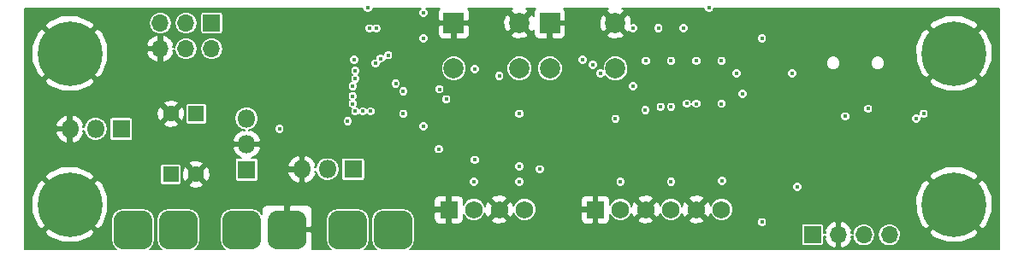
<source format=gbr>
G04 #@! TF.GenerationSoftware,KiCad,Pcbnew,(5.0.1-3-g963ef8bb5)*
G04 #@! TF.CreationDate,2020-07-12T22:57:35-05:00*
G04 #@! TF.ProjectId,SmartNerfBlaster,536D6172744E657266426C6173746572,v1*
G04 #@! TF.SameCoordinates,Original*
G04 #@! TF.FileFunction,Copper,L4,Bot,Signal*
G04 #@! TF.FilePolarity,Positive*
%FSLAX46Y46*%
G04 Gerber Fmt 4.6, Leading zero omitted, Abs format (unit mm)*
G04 Created by KiCad (PCBNEW (5.0.1-3-g963ef8bb5)) date Sunday, July 12, 2020 at 10:57:35 PM*
%MOMM*%
%LPD*%
G01*
G04 APERTURE LIST*
G04 #@! TA.AperFunction,Conductor*
%ADD10C,0.100000*%
G04 #@! TD*
G04 #@! TA.AperFunction,ComponentPad*
%ADD11C,3.810000*%
G04 #@! TD*
G04 #@! TA.AperFunction,ComponentPad*
%ADD12C,6.400000*%
G04 #@! TD*
G04 #@! TA.AperFunction,ComponentPad*
%ADD13C,1.600000*%
G04 #@! TD*
G04 #@! TA.AperFunction,ComponentPad*
%ADD14R,1.600000X1.600000*%
G04 #@! TD*
G04 #@! TA.AperFunction,ComponentPad*
%ADD15C,1.750000*%
G04 #@! TD*
G04 #@! TA.AperFunction,ComponentPad*
%ADD16R,1.750000X1.750000*%
G04 #@! TD*
G04 #@! TA.AperFunction,ComponentPad*
%ADD17R,1.800000X1.800000*%
G04 #@! TD*
G04 #@! TA.AperFunction,ComponentPad*
%ADD18O,1.800000X1.800000*%
G04 #@! TD*
G04 #@! TA.AperFunction,ComponentPad*
%ADD19C,2.000000*%
G04 #@! TD*
G04 #@! TA.AperFunction,ComponentPad*
%ADD20R,2.000000X2.000000*%
G04 #@! TD*
G04 #@! TA.AperFunction,ComponentPad*
%ADD21O,1.700000X1.700000*%
G04 #@! TD*
G04 #@! TA.AperFunction,ComponentPad*
%ADD22R,1.700000X1.700000*%
G04 #@! TD*
G04 #@! TA.AperFunction,ViaPad*
%ADD23C,0.450000*%
G04 #@! TD*
G04 #@! TA.AperFunction,Conductor*
%ADD24C,0.127000*%
G04 #@! TD*
G04 APERTURE END LIST*
D10*
G04 #@! TO.N,/Pusher_Power*
G04 #@! TO.C,J4*
G36*
X153045861Y-90599587D02*
X153138324Y-90613302D01*
X153228996Y-90636014D01*
X153317006Y-90667505D01*
X153401505Y-90707470D01*
X153481681Y-90755525D01*
X153556760Y-90811208D01*
X153626019Y-90873981D01*
X153688792Y-90943240D01*
X153744475Y-91018319D01*
X153792530Y-91098495D01*
X153832495Y-91182994D01*
X153863986Y-91271004D01*
X153886698Y-91361676D01*
X153900413Y-91454139D01*
X153905000Y-91547500D01*
X153905000Y-93452500D01*
X153900413Y-93545861D01*
X153886698Y-93638324D01*
X153863986Y-93728996D01*
X153832495Y-93817006D01*
X153792530Y-93901505D01*
X153744475Y-93981681D01*
X153688792Y-94056760D01*
X153626019Y-94126019D01*
X153556760Y-94188792D01*
X153481681Y-94244475D01*
X153401505Y-94292530D01*
X153317006Y-94332495D01*
X153228996Y-94363986D01*
X153138324Y-94386698D01*
X153045861Y-94400413D01*
X152952500Y-94405000D01*
X151047500Y-94405000D01*
X150954139Y-94400413D01*
X150861676Y-94386698D01*
X150771004Y-94363986D01*
X150682994Y-94332495D01*
X150598495Y-94292530D01*
X150518319Y-94244475D01*
X150443240Y-94188792D01*
X150373981Y-94126019D01*
X150311208Y-94056760D01*
X150255525Y-93981681D01*
X150207470Y-93901505D01*
X150167505Y-93817006D01*
X150136014Y-93728996D01*
X150113302Y-93638324D01*
X150099587Y-93545861D01*
X150095000Y-93452500D01*
X150095000Y-91547500D01*
X150099587Y-91454139D01*
X150113302Y-91361676D01*
X150136014Y-91271004D01*
X150167505Y-91182994D01*
X150207470Y-91098495D01*
X150255525Y-91018319D01*
X150311208Y-90943240D01*
X150373981Y-90873981D01*
X150443240Y-90811208D01*
X150518319Y-90755525D01*
X150598495Y-90707470D01*
X150682994Y-90667505D01*
X150771004Y-90636014D01*
X150861676Y-90613302D01*
X150954139Y-90599587D01*
X151047500Y-90595000D01*
X152952500Y-90595000D01*
X153045861Y-90599587D01*
X153045861Y-90599587D01*
G37*
D11*
G04 #@! TD*
G04 #@! TO.P,J4,2*
G04 #@! TO.N,/Pusher_Power*
X152000000Y-92500000D03*
D10*
G04 #@! TO.N,+BATT*
G04 #@! TO.C,J4*
G36*
X148545861Y-90599587D02*
X148638324Y-90613302D01*
X148728996Y-90636014D01*
X148817006Y-90667505D01*
X148901505Y-90707470D01*
X148981681Y-90755525D01*
X149056760Y-90811208D01*
X149126019Y-90873981D01*
X149188792Y-90943240D01*
X149244475Y-91018319D01*
X149292530Y-91098495D01*
X149332495Y-91182994D01*
X149363986Y-91271004D01*
X149386698Y-91361676D01*
X149400413Y-91454139D01*
X149405000Y-91547500D01*
X149405000Y-93452500D01*
X149400413Y-93545861D01*
X149386698Y-93638324D01*
X149363986Y-93728996D01*
X149332495Y-93817006D01*
X149292530Y-93901505D01*
X149244475Y-93981681D01*
X149188792Y-94056760D01*
X149126019Y-94126019D01*
X149056760Y-94188792D01*
X148981681Y-94244475D01*
X148901505Y-94292530D01*
X148817006Y-94332495D01*
X148728996Y-94363986D01*
X148638324Y-94386698D01*
X148545861Y-94400413D01*
X148452500Y-94405000D01*
X146547500Y-94405000D01*
X146454139Y-94400413D01*
X146361676Y-94386698D01*
X146271004Y-94363986D01*
X146182994Y-94332495D01*
X146098495Y-94292530D01*
X146018319Y-94244475D01*
X145943240Y-94188792D01*
X145873981Y-94126019D01*
X145811208Y-94056760D01*
X145755525Y-93981681D01*
X145707470Y-93901505D01*
X145667505Y-93817006D01*
X145636014Y-93728996D01*
X145613302Y-93638324D01*
X145599587Y-93545861D01*
X145595000Y-93452500D01*
X145595000Y-91547500D01*
X145599587Y-91454139D01*
X145613302Y-91361676D01*
X145636014Y-91271004D01*
X145667505Y-91182994D01*
X145707470Y-91098495D01*
X145755525Y-91018319D01*
X145811208Y-90943240D01*
X145873981Y-90873981D01*
X145943240Y-90811208D01*
X146018319Y-90755525D01*
X146098495Y-90707470D01*
X146182994Y-90667505D01*
X146271004Y-90636014D01*
X146361676Y-90613302D01*
X146454139Y-90599587D01*
X146547500Y-90595000D01*
X148452500Y-90595000D01*
X148545861Y-90599587D01*
X148545861Y-90599587D01*
G37*
D11*
G04 #@! TD*
G04 #@! TO.P,J4,1*
G04 #@! TO.N,+BATT*
X147500000Y-92500000D03*
D10*
G04 #@! TO.N,GND*
G04 #@! TO.C,J1*
G36*
X142545861Y-90599587D02*
X142638324Y-90613302D01*
X142728996Y-90636014D01*
X142817006Y-90667505D01*
X142901505Y-90707470D01*
X142981681Y-90755525D01*
X143056760Y-90811208D01*
X143126019Y-90873981D01*
X143188792Y-90943240D01*
X143244475Y-91018319D01*
X143292530Y-91098495D01*
X143332495Y-91182994D01*
X143363986Y-91271004D01*
X143386698Y-91361676D01*
X143400413Y-91454139D01*
X143405000Y-91547500D01*
X143405000Y-93452500D01*
X143400413Y-93545861D01*
X143386698Y-93638324D01*
X143363986Y-93728996D01*
X143332495Y-93817006D01*
X143292530Y-93901505D01*
X143244475Y-93981681D01*
X143188792Y-94056760D01*
X143126019Y-94126019D01*
X143056760Y-94188792D01*
X142981681Y-94244475D01*
X142901505Y-94292530D01*
X142817006Y-94332495D01*
X142728996Y-94363986D01*
X142638324Y-94386698D01*
X142545861Y-94400413D01*
X142452500Y-94405000D01*
X140547500Y-94405000D01*
X140454139Y-94400413D01*
X140361676Y-94386698D01*
X140271004Y-94363986D01*
X140182994Y-94332495D01*
X140098495Y-94292530D01*
X140018319Y-94244475D01*
X139943240Y-94188792D01*
X139873981Y-94126019D01*
X139811208Y-94056760D01*
X139755525Y-93981681D01*
X139707470Y-93901505D01*
X139667505Y-93817006D01*
X139636014Y-93728996D01*
X139613302Y-93638324D01*
X139599587Y-93545861D01*
X139595000Y-93452500D01*
X139595000Y-91547500D01*
X139599587Y-91454139D01*
X139613302Y-91361676D01*
X139636014Y-91271004D01*
X139667505Y-91182994D01*
X139707470Y-91098495D01*
X139755525Y-91018319D01*
X139811208Y-90943240D01*
X139873981Y-90873981D01*
X139943240Y-90811208D01*
X140018319Y-90755525D01*
X140098495Y-90707470D01*
X140182994Y-90667505D01*
X140271004Y-90636014D01*
X140361676Y-90613302D01*
X140454139Y-90599587D01*
X140547500Y-90595000D01*
X142452500Y-90595000D01*
X142545861Y-90599587D01*
X142545861Y-90599587D01*
G37*
D11*
G04 #@! TD*
G04 #@! TO.P,J1,2*
G04 #@! TO.N,GND*
X141500000Y-92500000D03*
D10*
G04 #@! TO.N,+BATT*
G04 #@! TO.C,J1*
G36*
X138045861Y-90599587D02*
X138138324Y-90613302D01*
X138228996Y-90636014D01*
X138317006Y-90667505D01*
X138401505Y-90707470D01*
X138481681Y-90755525D01*
X138556760Y-90811208D01*
X138626019Y-90873981D01*
X138688792Y-90943240D01*
X138744475Y-91018319D01*
X138792530Y-91098495D01*
X138832495Y-91182994D01*
X138863986Y-91271004D01*
X138886698Y-91361676D01*
X138900413Y-91454139D01*
X138905000Y-91547500D01*
X138905000Y-93452500D01*
X138900413Y-93545861D01*
X138886698Y-93638324D01*
X138863986Y-93728996D01*
X138832495Y-93817006D01*
X138792530Y-93901505D01*
X138744475Y-93981681D01*
X138688792Y-94056760D01*
X138626019Y-94126019D01*
X138556760Y-94188792D01*
X138481681Y-94244475D01*
X138401505Y-94292530D01*
X138317006Y-94332495D01*
X138228996Y-94363986D01*
X138138324Y-94386698D01*
X138045861Y-94400413D01*
X137952500Y-94405000D01*
X136047500Y-94405000D01*
X135954139Y-94400413D01*
X135861676Y-94386698D01*
X135771004Y-94363986D01*
X135682994Y-94332495D01*
X135598495Y-94292530D01*
X135518319Y-94244475D01*
X135443240Y-94188792D01*
X135373981Y-94126019D01*
X135311208Y-94056760D01*
X135255525Y-93981681D01*
X135207470Y-93901505D01*
X135167505Y-93817006D01*
X135136014Y-93728996D01*
X135113302Y-93638324D01*
X135099587Y-93545861D01*
X135095000Y-93452500D01*
X135095000Y-91547500D01*
X135099587Y-91454139D01*
X135113302Y-91361676D01*
X135136014Y-91271004D01*
X135167505Y-91182994D01*
X135207470Y-91098495D01*
X135255525Y-91018319D01*
X135311208Y-90943240D01*
X135373981Y-90873981D01*
X135443240Y-90811208D01*
X135518319Y-90755525D01*
X135598495Y-90707470D01*
X135682994Y-90667505D01*
X135771004Y-90636014D01*
X135861676Y-90613302D01*
X135954139Y-90599587D01*
X136047500Y-90595000D01*
X137952500Y-90595000D01*
X138045861Y-90599587D01*
X138045861Y-90599587D01*
G37*
D11*
G04 #@! TD*
G04 #@! TO.P,J1,1*
G04 #@! TO.N,+BATT*
X137000000Y-92500000D03*
D10*
G04 #@! TO.N,/Flywheel_Power*
G04 #@! TO.C,J5*
G36*
X131795861Y-90599587D02*
X131888324Y-90613302D01*
X131978996Y-90636014D01*
X132067006Y-90667505D01*
X132151505Y-90707470D01*
X132231681Y-90755525D01*
X132306760Y-90811208D01*
X132376019Y-90873981D01*
X132438792Y-90943240D01*
X132494475Y-91018319D01*
X132542530Y-91098495D01*
X132582495Y-91182994D01*
X132613986Y-91271004D01*
X132636698Y-91361676D01*
X132650413Y-91454139D01*
X132655000Y-91547500D01*
X132655000Y-93452500D01*
X132650413Y-93545861D01*
X132636698Y-93638324D01*
X132613986Y-93728996D01*
X132582495Y-93817006D01*
X132542530Y-93901505D01*
X132494475Y-93981681D01*
X132438792Y-94056760D01*
X132376019Y-94126019D01*
X132306760Y-94188792D01*
X132231681Y-94244475D01*
X132151505Y-94292530D01*
X132067006Y-94332495D01*
X131978996Y-94363986D01*
X131888324Y-94386698D01*
X131795861Y-94400413D01*
X131702500Y-94405000D01*
X129797500Y-94405000D01*
X129704139Y-94400413D01*
X129611676Y-94386698D01*
X129521004Y-94363986D01*
X129432994Y-94332495D01*
X129348495Y-94292530D01*
X129268319Y-94244475D01*
X129193240Y-94188792D01*
X129123981Y-94126019D01*
X129061208Y-94056760D01*
X129005525Y-93981681D01*
X128957470Y-93901505D01*
X128917505Y-93817006D01*
X128886014Y-93728996D01*
X128863302Y-93638324D01*
X128849587Y-93545861D01*
X128845000Y-93452500D01*
X128845000Y-91547500D01*
X128849587Y-91454139D01*
X128863302Y-91361676D01*
X128886014Y-91271004D01*
X128917505Y-91182994D01*
X128957470Y-91098495D01*
X129005525Y-91018319D01*
X129061208Y-90943240D01*
X129123981Y-90873981D01*
X129193240Y-90811208D01*
X129268319Y-90755525D01*
X129348495Y-90707470D01*
X129432994Y-90667505D01*
X129521004Y-90636014D01*
X129611676Y-90613302D01*
X129704139Y-90599587D01*
X129797500Y-90595000D01*
X131702500Y-90595000D01*
X131795861Y-90599587D01*
X131795861Y-90599587D01*
G37*
D11*
G04 #@! TD*
G04 #@! TO.P,J5,2*
G04 #@! TO.N,/Flywheel_Power*
X130750000Y-92500000D03*
D10*
G04 #@! TO.N,+BATT*
G04 #@! TO.C,J5*
G36*
X127295861Y-90599587D02*
X127388324Y-90613302D01*
X127478996Y-90636014D01*
X127567006Y-90667505D01*
X127651505Y-90707470D01*
X127731681Y-90755525D01*
X127806760Y-90811208D01*
X127876019Y-90873981D01*
X127938792Y-90943240D01*
X127994475Y-91018319D01*
X128042530Y-91098495D01*
X128082495Y-91182994D01*
X128113986Y-91271004D01*
X128136698Y-91361676D01*
X128150413Y-91454139D01*
X128155000Y-91547500D01*
X128155000Y-93452500D01*
X128150413Y-93545861D01*
X128136698Y-93638324D01*
X128113986Y-93728996D01*
X128082495Y-93817006D01*
X128042530Y-93901505D01*
X127994475Y-93981681D01*
X127938792Y-94056760D01*
X127876019Y-94126019D01*
X127806760Y-94188792D01*
X127731681Y-94244475D01*
X127651505Y-94292530D01*
X127567006Y-94332495D01*
X127478996Y-94363986D01*
X127388324Y-94386698D01*
X127295861Y-94400413D01*
X127202500Y-94405000D01*
X125297500Y-94405000D01*
X125204139Y-94400413D01*
X125111676Y-94386698D01*
X125021004Y-94363986D01*
X124932994Y-94332495D01*
X124848495Y-94292530D01*
X124768319Y-94244475D01*
X124693240Y-94188792D01*
X124623981Y-94126019D01*
X124561208Y-94056760D01*
X124505525Y-93981681D01*
X124457470Y-93901505D01*
X124417505Y-93817006D01*
X124386014Y-93728996D01*
X124363302Y-93638324D01*
X124349587Y-93545861D01*
X124345000Y-93452500D01*
X124345000Y-91547500D01*
X124349587Y-91454139D01*
X124363302Y-91361676D01*
X124386014Y-91271004D01*
X124417505Y-91182994D01*
X124457470Y-91098495D01*
X124505525Y-91018319D01*
X124561208Y-90943240D01*
X124623981Y-90873981D01*
X124693240Y-90811208D01*
X124768319Y-90755525D01*
X124848495Y-90707470D01*
X124932994Y-90667505D01*
X125021004Y-90636014D01*
X125111676Y-90613302D01*
X125204139Y-90599587D01*
X125297500Y-90595000D01*
X127202500Y-90595000D01*
X127295861Y-90599587D01*
X127295861Y-90599587D01*
G37*
D11*
G04 #@! TD*
G04 #@! TO.P,J5,1*
G04 #@! TO.N,+BATT*
X126250000Y-92500000D03*
D12*
G04 #@! TO.P,H1,1*
G04 #@! TO.N,GND*
X120000000Y-75000000D03*
G04 #@! TD*
D13*
G04 #@! TO.P,C1,2*
G04 #@! TO.N,GND*
X132500000Y-87000000D03*
D14*
G04 #@! TO.P,C1,1*
G04 #@! TO.N,+BATT*
X130000000Y-87000000D03*
G04 #@! TD*
G04 #@! TO.P,C2,1*
G04 #@! TO.N,+5V*
X132500000Y-81000000D03*
D13*
G04 #@! TO.P,C2,2*
G04 #@! TO.N,GND*
X130000000Y-81000000D03*
G04 #@! TD*
D15*
G04 #@! TO.P,J2,6*
G04 #@! TO.N,/Pusher_Reset*
X184500000Y-90500000D03*
G04 #@! TO.P,J2,5*
G04 #@! TO.N,GND*
X182000000Y-90500000D03*
G04 #@! TO.P,J2,4*
G04 #@! TO.N,/Flywheel_Button*
X179500000Y-90500000D03*
G04 #@! TO.P,J2,3*
G04 #@! TO.N,GND*
X177000000Y-90500000D03*
G04 #@! TO.P,J2,2*
G04 #@! TO.N,/Trigger*
X174500000Y-90500000D03*
D16*
G04 #@! TO.P,J2,1*
G04 #@! TO.N,GND*
X172000000Y-90500000D03*
G04 #@! TD*
D15*
G04 #@! TO.P,J3,4*
G04 #@! TO.N,/Magazine*
X165000000Y-90500000D03*
G04 #@! TO.P,J3,3*
G04 #@! TO.N,GND*
X162500000Y-90500000D03*
G04 #@! TO.P,J3,2*
G04 #@! TO.N,/Door*
X160000000Y-90500000D03*
D16*
G04 #@! TO.P,J3,1*
G04 #@! TO.N,GND*
X157500000Y-90500000D03*
G04 #@! TD*
D17*
G04 #@! TO.P,Q1,1*
G04 #@! TO.N,/Pusher*
X148040000Y-86500000D03*
D18*
G04 #@! TO.P,Q1,2*
G04 #@! TO.N,/Pusher_Power*
X145500000Y-86500000D03*
G04 #@! TO.P,Q1,3*
G04 #@! TO.N,GND*
X142960000Y-86500000D03*
G04 #@! TD*
G04 #@! TO.P,Q2,3*
G04 #@! TO.N,GND*
X120000000Y-82500000D03*
G04 #@! TO.P,Q2,2*
G04 #@! TO.N,/Flywheel_Power*
X122540000Y-82500000D03*
D17*
G04 #@! TO.P,Q2,1*
G04 #@! TO.N,/Flywheel*
X125080000Y-82500000D03*
G04 #@! TD*
D18*
G04 #@! TO.P,U1,3*
G04 #@! TO.N,+5V*
X137500000Y-81460000D03*
G04 #@! TO.P,U1,2*
G04 #@! TO.N,GND*
X137500000Y-84000000D03*
D17*
G04 #@! TO.P,U1,1*
G04 #@! TO.N,+BATT*
X137500000Y-86540000D03*
G04 #@! TD*
D19*
G04 #@! TO.P,SW1,4*
G04 #@! TO.N,/Fire_Select*
X164500000Y-76500000D03*
G04 #@! TO.P,SW1,3*
G04 #@! TO.N,Net-(R12-Pad2)*
X158000000Y-76500000D03*
G04 #@! TO.P,SW1,2*
G04 #@! TO.N,GND*
X164500000Y-72000000D03*
D20*
G04 #@! TO.P,SW1,1*
X158000000Y-72000000D03*
G04 #@! TD*
G04 #@! TO.P,SW2,1*
G04 #@! TO.N,GND*
X167500000Y-72000000D03*
D19*
G04 #@! TO.P,SW2,2*
X174000000Y-72000000D03*
G04 #@! TO.P,SW2,3*
G04 #@! TO.N,Net-(R13-Pad2)*
X167500000Y-76500000D03*
G04 #@! TO.P,SW2,4*
G04 #@! TO.N,/Safety_Select*
X174000000Y-76500000D03*
G04 #@! TD*
D21*
G04 #@! TO.P,J6,6*
G04 #@! TO.N,GND*
X128960000Y-74540000D03*
G04 #@! TO.P,J6,5*
G04 #@! TO.N,/Reset*
X128960000Y-72000000D03*
G04 #@! TO.P,J6,4*
G04 #@! TO.N,/Flywheel*
X131500000Y-74540000D03*
G04 #@! TO.P,J6,3*
G04 #@! TO.N,Net-(J6-Pad3)*
X131500000Y-72000000D03*
G04 #@! TO.P,J6,2*
G04 #@! TO.N,+5V*
X134040000Y-74540000D03*
D22*
G04 #@! TO.P,J6,1*
G04 #@! TO.N,/LED4*
X134040000Y-72000000D03*
G04 #@! TD*
D12*
G04 #@! TO.P,H2,1*
G04 #@! TO.N,GND*
X207500000Y-75000000D03*
G04 #@! TD*
G04 #@! TO.P,H3,1*
G04 #@! TO.N,GND*
X120000000Y-90000000D03*
G04 #@! TD*
G04 #@! TO.P,H4,1*
G04 #@! TO.N,GND*
X207500000Y-90000000D03*
G04 #@! TD*
D21*
G04 #@! TO.P,J8,4*
G04 #@! TO.N,/SDA*
X201120000Y-93000000D03*
G04 #@! TO.P,J8,3*
G04 #@! TO.N,/SCL*
X198580000Y-93000000D03*
G04 #@! TO.P,J8,2*
G04 #@! TO.N,GND*
X196040000Y-93000000D03*
D22*
G04 #@! TO.P,J8,1*
G04 #@! TO.N,+5V*
X193500000Y-93000000D03*
G04 #@! TD*
D23*
G04 #@! TO.N,GND*
X192500000Y-85500000D03*
X196000000Y-86000000D03*
X183000000Y-88500000D03*
X186000000Y-88000000D03*
X166500000Y-84000000D03*
X166000000Y-87500000D03*
X141000000Y-86000000D03*
X145000000Y-83000000D03*
X136000000Y-77500000D03*
X132500000Y-77500000D03*
X131500000Y-89000000D03*
X127500000Y-87000000D03*
X139500000Y-89500000D03*
X144000000Y-88500000D03*
X149000000Y-88500000D03*
X130000000Y-84000000D03*
X197000000Y-80500000D03*
X200500000Y-78000000D03*
X195000000Y-79000000D03*
X192000000Y-81000000D03*
X189500000Y-88500000D03*
X188000000Y-86500000D03*
X201500000Y-85500000D03*
X195500000Y-85000000D03*
G04 #@! TO.N,/Pusher_Reset*
X172500000Y-77000000D03*
X150250000Y-76000000D03*
X184560418Y-87650152D03*
G04 #@! TO.N,/Flywheel_Button*
X179500000Y-87750000D03*
X171750000Y-76119982D03*
X150750000Y-75511490D03*
G04 #@! TO.N,/Trigger*
X174500000Y-87750000D03*
X170750000Y-75631472D03*
X151500000Y-75184479D03*
G04 #@! TO.N,/Magazine*
X164500000Y-87750000D03*
X162500000Y-77250000D03*
X148250000Y-77500000D03*
X164500000Y-86221010D03*
G04 #@! TO.N,/Door*
X160000000Y-87750000D03*
X148250000Y-76750000D03*
X160069936Y-85569936D03*
X160069936Y-76569936D03*
G04 #@! TO.N,/Reset*
X188500000Y-91750000D03*
X155000000Y-73500000D03*
X188500000Y-73500000D03*
X155000000Y-70988510D03*
G04 #@! TO.N,/Flywheel*
X148153501Y-75653501D03*
X148250000Y-80750000D03*
G04 #@! TO.N,Net-(J6-Pad3)*
X149750000Y-80750000D03*
X150329021Y-72525000D03*
G04 #@! TO.N,/Pusher*
X147500000Y-81750000D03*
X140750000Y-82500000D03*
G04 #@! TO.N,/LED1*
X180750000Y-72500000D03*
X148000000Y-79250000D03*
X181066919Y-79988510D03*
G04 #@! TO.N,Net-(D1-Pad1)*
X182000000Y-80000000D03*
X182000000Y-75750000D03*
G04 #@! TO.N,Net-(D2-Pad1)*
X179500000Y-75750000D03*
X179500000Y-80315521D03*
G04 #@! TO.N,/LED2*
X178250000Y-72500000D03*
X148000000Y-80000000D03*
X178476049Y-80315521D03*
G04 #@! TO.N,/LED3*
X175750000Y-72500000D03*
X175750000Y-78250000D03*
X148000000Y-78250000D03*
G04 #@! TO.N,Net-(D3-Pad1)*
X177000000Y-75750000D03*
X176959308Y-80642532D03*
G04 #@! TO.N,Net-(R12-Pad2)*
X156500000Y-84500000D03*
G04 #@! TO.N,Net-(R13-Pad2)*
X166500000Y-86500000D03*
G04 #@! TO.N,/Fire_Select*
X164500000Y-81000000D03*
X153000000Y-81000000D03*
G04 #@! TO.N,/Safety_Select*
X174000000Y-81500000D03*
X155000000Y-82250000D03*
G04 #@! TO.N,Net-(C8-Pad1)*
X196750000Y-81250000D03*
X203750000Y-81488510D03*
G04 #@! TO.N,/LED4*
X149000000Y-80750000D03*
X183250000Y-70500000D03*
X149500000Y-70500000D03*
X149679010Y-72524995D03*
G04 #@! TO.N,Net-(D4-Pad1)*
X184500000Y-80000000D03*
X184500000Y-75750000D03*
G04 #@! TO.N,/SDA*
X157250000Y-79560055D03*
X204500000Y-81000000D03*
G04 #@! TO.N,/SCL*
X199000000Y-80500000D03*
X156575643Y-78561409D03*
G04 #@! TO.N,/RX*
X153005881Y-78763528D03*
X186596845Y-79011490D03*
G04 #@! TO.N,/TX*
X186000000Y-77000000D03*
X152250000Y-77988510D03*
G04 #@! TO.N,Net-(R15-Pad2)*
X192000000Y-88250000D03*
X191500000Y-77000000D03*
G04 #@! TD*
D24*
G04 #@! TO.N,GND*
G36*
X149011500Y-70597169D02*
X149085870Y-70776713D01*
X149223287Y-70914130D01*
X149402831Y-70988500D01*
X149597169Y-70988500D01*
X149776713Y-70914130D01*
X149914130Y-70776713D01*
X149988500Y-70597169D01*
X149988500Y-70563500D01*
X154749553Y-70563500D01*
X154723287Y-70574380D01*
X154585870Y-70711797D01*
X154511500Y-70891341D01*
X154511500Y-71085679D01*
X154585870Y-71265223D01*
X154723287Y-71402640D01*
X154902831Y-71477010D01*
X155097169Y-71477010D01*
X155276713Y-71402640D01*
X155414130Y-71265223D01*
X155488500Y-71085679D01*
X155488500Y-70891341D01*
X155414130Y-70711797D01*
X155276713Y-70574380D01*
X155250447Y-70563500D01*
X156628278Y-70563500D01*
X156515506Y-70676271D01*
X156428500Y-70886321D01*
X156428500Y-71666625D01*
X156571375Y-71809500D01*
X157809500Y-71809500D01*
X157809500Y-71789500D01*
X158190500Y-71789500D01*
X158190500Y-71809500D01*
X159428625Y-71809500D01*
X159571500Y-71666625D01*
X159571500Y-70886321D01*
X159484494Y-70676271D01*
X159371722Y-70563500D01*
X163809393Y-70563500D01*
X163718997Y-70600943D01*
X163611573Y-70842165D01*
X164500000Y-71730592D01*
X165388427Y-70842165D01*
X165281003Y-70600943D01*
X165165227Y-70563500D01*
X166128278Y-70563500D01*
X166015506Y-70676271D01*
X165928500Y-70886321D01*
X165928500Y-71290079D01*
X165899057Y-71218997D01*
X165657835Y-71111573D01*
X164769408Y-72000000D01*
X165657835Y-72888427D01*
X165899057Y-72781003D01*
X165928500Y-72689964D01*
X165928500Y-73113679D01*
X166015506Y-73323729D01*
X166176272Y-73484494D01*
X166386322Y-73571500D01*
X167166625Y-73571500D01*
X167309500Y-73428625D01*
X167309500Y-72190500D01*
X167690500Y-72190500D01*
X167690500Y-73428625D01*
X167833375Y-73571500D01*
X168613678Y-73571500D01*
X168823728Y-73484494D01*
X168984494Y-73323729D01*
X169053209Y-73157835D01*
X173111573Y-73157835D01*
X173218997Y-73399057D01*
X173813844Y-73591436D01*
X174437030Y-73541535D01*
X174771891Y-73402831D01*
X188011500Y-73402831D01*
X188011500Y-73597169D01*
X188085870Y-73776713D01*
X188223287Y-73914130D01*
X188402831Y-73988500D01*
X188597169Y-73988500D01*
X188776713Y-73914130D01*
X188914130Y-73776713D01*
X188988500Y-73597169D01*
X188988500Y-73402831D01*
X188914130Y-73223287D01*
X188776713Y-73085870D01*
X188597169Y-73011500D01*
X188402831Y-73011500D01*
X188223287Y-73085870D01*
X188085870Y-73223287D01*
X188011500Y-73402831D01*
X174771891Y-73402831D01*
X174781003Y-73399057D01*
X174888427Y-73157835D01*
X174000000Y-72269408D01*
X173111573Y-73157835D01*
X169053209Y-73157835D01*
X169071500Y-73113679D01*
X169071500Y-72333375D01*
X168928625Y-72190500D01*
X167690500Y-72190500D01*
X167309500Y-72190500D01*
X167289500Y-72190500D01*
X167289500Y-71813844D01*
X172408564Y-71813844D01*
X172458465Y-72437030D01*
X172600943Y-72781003D01*
X172842165Y-72888427D01*
X173730592Y-72000000D01*
X174269408Y-72000000D01*
X175157835Y-72888427D01*
X175358307Y-72799150D01*
X175473287Y-72914130D01*
X175652831Y-72988500D01*
X175847169Y-72988500D01*
X176026713Y-72914130D01*
X176164130Y-72776713D01*
X176238500Y-72597169D01*
X176238500Y-72402831D01*
X177761500Y-72402831D01*
X177761500Y-72597169D01*
X177835870Y-72776713D01*
X177973287Y-72914130D01*
X178152831Y-72988500D01*
X178347169Y-72988500D01*
X178526713Y-72914130D01*
X178664130Y-72776713D01*
X178738500Y-72597169D01*
X178738500Y-72402831D01*
X180261500Y-72402831D01*
X180261500Y-72597169D01*
X180335870Y-72776713D01*
X180473287Y-72914130D01*
X180652831Y-72988500D01*
X180847169Y-72988500D01*
X181026713Y-72914130D01*
X181164130Y-72776713D01*
X181238500Y-72597169D01*
X181238500Y-72402831D01*
X181175482Y-72250692D01*
X205020099Y-72250692D01*
X207500000Y-74730592D01*
X209979901Y-72250692D01*
X209603369Y-71780863D01*
X208211349Y-71220981D01*
X206711033Y-71236420D01*
X205396631Y-71780863D01*
X205020099Y-72250692D01*
X181175482Y-72250692D01*
X181164130Y-72223287D01*
X181026713Y-72085870D01*
X180847169Y-72011500D01*
X180652831Y-72011500D01*
X180473287Y-72085870D01*
X180335870Y-72223287D01*
X180261500Y-72402831D01*
X178738500Y-72402831D01*
X178664130Y-72223287D01*
X178526713Y-72085870D01*
X178347169Y-72011500D01*
X178152831Y-72011500D01*
X177973287Y-72085870D01*
X177835870Y-72223287D01*
X177761500Y-72402831D01*
X176238500Y-72402831D01*
X176164130Y-72223287D01*
X176026713Y-72085870D01*
X175847169Y-72011500D01*
X175652831Y-72011500D01*
X175579871Y-72041721D01*
X175541535Y-71562970D01*
X175399057Y-71218997D01*
X175157835Y-71111573D01*
X174269408Y-72000000D01*
X173730592Y-72000000D01*
X172842165Y-71111573D01*
X172600943Y-71218997D01*
X172408564Y-71813844D01*
X167289500Y-71813844D01*
X167289500Y-71809500D01*
X167309500Y-71809500D01*
X167309500Y-71789500D01*
X167690500Y-71789500D01*
X167690500Y-71809500D01*
X168928625Y-71809500D01*
X169071500Y-71666625D01*
X169071500Y-70886321D01*
X168984494Y-70676271D01*
X168871722Y-70563500D01*
X173309393Y-70563500D01*
X173218997Y-70600943D01*
X173111573Y-70842165D01*
X174000000Y-71730592D01*
X174888427Y-70842165D01*
X174781003Y-70600943D01*
X174665227Y-70563500D01*
X182761500Y-70563500D01*
X182761500Y-70597169D01*
X182835870Y-70776713D01*
X182973287Y-70914130D01*
X183152831Y-70988500D01*
X183347169Y-70988500D01*
X183526713Y-70914130D01*
X183664130Y-70776713D01*
X183738500Y-70597169D01*
X183738500Y-70563500D01*
X211936500Y-70563500D01*
X211936500Y-94436500D01*
X153635639Y-94436500D01*
X153815992Y-94315992D01*
X154080707Y-93919818D01*
X154173662Y-93452500D01*
X154173662Y-91547500D01*
X154080707Y-91080182D01*
X153915796Y-90833375D01*
X156053500Y-90833375D01*
X156053500Y-91488679D01*
X156140506Y-91698729D01*
X156301272Y-91859494D01*
X156511322Y-91946500D01*
X157166625Y-91946500D01*
X157309500Y-91803625D01*
X157309500Y-90690500D01*
X156196375Y-90690500D01*
X156053500Y-90833375D01*
X153915796Y-90833375D01*
X153815992Y-90684008D01*
X153419818Y-90419293D01*
X152952500Y-90326338D01*
X151047500Y-90326338D01*
X150580182Y-90419293D01*
X150184008Y-90684008D01*
X149919293Y-91080182D01*
X149826338Y-91547500D01*
X149826338Y-93452500D01*
X149919293Y-93919818D01*
X150184008Y-94315992D01*
X150364361Y-94436500D01*
X149135639Y-94436500D01*
X149315992Y-94315992D01*
X149580707Y-93919818D01*
X149673662Y-93452500D01*
X149673662Y-91547500D01*
X149580707Y-91080182D01*
X149315992Y-90684008D01*
X148919818Y-90419293D01*
X148452500Y-90326338D01*
X146547500Y-90326338D01*
X146080182Y-90419293D01*
X145684008Y-90684008D01*
X145419293Y-91080182D01*
X145326338Y-91547500D01*
X145326338Y-93452500D01*
X145419293Y-93919818D01*
X145684008Y-94315992D01*
X145864361Y-94436500D01*
X143976500Y-94436500D01*
X143976500Y-92833375D01*
X143833625Y-92690500D01*
X141690500Y-92690500D01*
X141690500Y-92710500D01*
X141309500Y-92710500D01*
X141309500Y-92690500D01*
X141289500Y-92690500D01*
X141289500Y-92309500D01*
X141309500Y-92309500D01*
X141309500Y-90166375D01*
X141690500Y-90166375D01*
X141690500Y-92309500D01*
X143833625Y-92309500D01*
X143976500Y-92166625D01*
X143976500Y-90481321D01*
X143889494Y-90271271D01*
X143728728Y-90110506D01*
X143518678Y-90023500D01*
X141833375Y-90023500D01*
X141690500Y-90166375D01*
X141309500Y-90166375D01*
X141166625Y-90023500D01*
X139481322Y-90023500D01*
X139271272Y-90110506D01*
X139110506Y-90271271D01*
X139023500Y-90481321D01*
X139023500Y-90994566D01*
X138815992Y-90684008D01*
X138419818Y-90419293D01*
X137952500Y-90326338D01*
X136047500Y-90326338D01*
X135580182Y-90419293D01*
X135184008Y-90684008D01*
X134919293Y-91080182D01*
X134826338Y-91547500D01*
X134826338Y-93452500D01*
X134919293Y-93919818D01*
X135184008Y-94315992D01*
X135364361Y-94436500D01*
X132385639Y-94436500D01*
X132565992Y-94315992D01*
X132830707Y-93919818D01*
X132923662Y-93452500D01*
X132923662Y-91547500D01*
X132830707Y-91080182D01*
X132565992Y-90684008D01*
X132169818Y-90419293D01*
X131702500Y-90326338D01*
X129797500Y-90326338D01*
X129330182Y-90419293D01*
X128934008Y-90684008D01*
X128669293Y-91080182D01*
X128576338Y-91547500D01*
X128576338Y-93452500D01*
X128669293Y-93919818D01*
X128934008Y-94315992D01*
X129114361Y-94436500D01*
X127885639Y-94436500D01*
X128065992Y-94315992D01*
X128330707Y-93919818D01*
X128423662Y-93452500D01*
X128423662Y-91547500D01*
X128330707Y-91080182D01*
X128065992Y-90684008D01*
X127669818Y-90419293D01*
X127202500Y-90326338D01*
X125297500Y-90326338D01*
X124830182Y-90419293D01*
X124434008Y-90684008D01*
X124169293Y-91080182D01*
X124076338Y-91547500D01*
X124076338Y-93452500D01*
X124169293Y-93919818D01*
X124434008Y-94315992D01*
X124614361Y-94436500D01*
X115563500Y-94436500D01*
X115563500Y-92749308D01*
X117520099Y-92749308D01*
X117896631Y-93219137D01*
X119288651Y-93779019D01*
X120788967Y-93763580D01*
X122103369Y-93219137D01*
X122479901Y-92749308D01*
X120000000Y-90269408D01*
X117520099Y-92749308D01*
X115563500Y-92749308D01*
X115563500Y-89288651D01*
X116220981Y-89288651D01*
X116236420Y-90788967D01*
X116780863Y-92103369D01*
X117250692Y-92479901D01*
X119730592Y-90000000D01*
X120269408Y-90000000D01*
X122749308Y-92479901D01*
X123219137Y-92103369D01*
X123779019Y-90711349D01*
X123766671Y-89511321D01*
X156053500Y-89511321D01*
X156053500Y-90166625D01*
X156196375Y-90309500D01*
X157309500Y-90309500D01*
X157309500Y-89196375D01*
X157690500Y-89196375D01*
X157690500Y-90309500D01*
X157710500Y-90309500D01*
X157710500Y-90690500D01*
X157690500Y-90690500D01*
X157690500Y-91803625D01*
X157833375Y-91946500D01*
X158488678Y-91946500D01*
X158698728Y-91859494D01*
X158859494Y-91698729D01*
X158946500Y-91488679D01*
X158946500Y-90931671D01*
X159034826Y-91144909D01*
X159355091Y-91465174D01*
X159773538Y-91638500D01*
X160226462Y-91638500D01*
X160399411Y-91566862D01*
X161702545Y-91566862D01*
X161794491Y-91795148D01*
X162343826Y-91966547D01*
X162916938Y-91914678D01*
X163205509Y-91795148D01*
X163297455Y-91566862D01*
X162500000Y-90769408D01*
X161702545Y-91566862D01*
X160399411Y-91566862D01*
X160644909Y-91465174D01*
X160965174Y-91144909D01*
X161080710Y-90865980D01*
X161085322Y-90916938D01*
X161204852Y-91205509D01*
X161433138Y-91297455D01*
X162230592Y-90500000D01*
X162769408Y-90500000D01*
X163566862Y-91297455D01*
X163795148Y-91205509D01*
X163908907Y-90840912D01*
X164034826Y-91144909D01*
X164355091Y-91465174D01*
X164773538Y-91638500D01*
X165226462Y-91638500D01*
X165644909Y-91465174D01*
X165965174Y-91144909D01*
X166094215Y-90833375D01*
X170553500Y-90833375D01*
X170553500Y-91488679D01*
X170640506Y-91698729D01*
X170801272Y-91859494D01*
X171011322Y-91946500D01*
X171666625Y-91946500D01*
X171809500Y-91803625D01*
X171809500Y-90690500D01*
X170696375Y-90690500D01*
X170553500Y-90833375D01*
X166094215Y-90833375D01*
X166138500Y-90726462D01*
X166138500Y-90273538D01*
X165965174Y-89855091D01*
X165644909Y-89534826D01*
X165588163Y-89511321D01*
X170553500Y-89511321D01*
X170553500Y-90166625D01*
X170696375Y-90309500D01*
X171809500Y-90309500D01*
X171809500Y-89196375D01*
X172190500Y-89196375D01*
X172190500Y-90309500D01*
X172210500Y-90309500D01*
X172210500Y-90690500D01*
X172190500Y-90690500D01*
X172190500Y-91803625D01*
X172333375Y-91946500D01*
X172988678Y-91946500D01*
X173198728Y-91859494D01*
X173359494Y-91698729D01*
X173446500Y-91488679D01*
X173446500Y-90931671D01*
X173534826Y-91144909D01*
X173855091Y-91465174D01*
X174273538Y-91638500D01*
X174726462Y-91638500D01*
X174899411Y-91566862D01*
X176202545Y-91566862D01*
X176294491Y-91795148D01*
X176843826Y-91966547D01*
X177416938Y-91914678D01*
X177705509Y-91795148D01*
X177797455Y-91566862D01*
X177000000Y-90769408D01*
X176202545Y-91566862D01*
X174899411Y-91566862D01*
X175144909Y-91465174D01*
X175465174Y-91144909D01*
X175580710Y-90865980D01*
X175585322Y-90916938D01*
X175704852Y-91205509D01*
X175933138Y-91297455D01*
X176730592Y-90500000D01*
X177269408Y-90500000D01*
X178066862Y-91297455D01*
X178295148Y-91205509D01*
X178408907Y-90840912D01*
X178534826Y-91144909D01*
X178855091Y-91465174D01*
X179273538Y-91638500D01*
X179726462Y-91638500D01*
X179899411Y-91566862D01*
X181202545Y-91566862D01*
X181294491Y-91795148D01*
X181843826Y-91966547D01*
X182416938Y-91914678D01*
X182705509Y-91795148D01*
X182762829Y-91652831D01*
X188011500Y-91652831D01*
X188011500Y-91847169D01*
X188085870Y-92026713D01*
X188223287Y-92164130D01*
X188402831Y-92238500D01*
X188597169Y-92238500D01*
X188776713Y-92164130D01*
X188790843Y-92150000D01*
X192381338Y-92150000D01*
X192381338Y-93850000D01*
X192401789Y-93952812D01*
X192460027Y-94039973D01*
X192547188Y-94098211D01*
X192650000Y-94118662D01*
X194350000Y-94118662D01*
X194452812Y-94098211D01*
X194539973Y-94039973D01*
X194598211Y-93952812D01*
X194618662Y-93850000D01*
X194618662Y-93190502D01*
X194774181Y-93190502D01*
X194678451Y-93408523D01*
X194938428Y-93898468D01*
X195366109Y-94251630D01*
X195631480Y-94361533D01*
X195849500Y-94264354D01*
X195849500Y-93190500D01*
X195829500Y-93190500D01*
X195829500Y-92809500D01*
X195849500Y-92809500D01*
X195849500Y-91735646D01*
X196230500Y-91735646D01*
X196230500Y-92809500D01*
X196250500Y-92809500D01*
X196250500Y-93190500D01*
X196230500Y-93190500D01*
X196230500Y-94264354D01*
X196448520Y-94361533D01*
X196713891Y-94251630D01*
X197141572Y-93898468D01*
X197401549Y-93408523D01*
X197305819Y-93190502D01*
X197461500Y-93190502D01*
X197461500Y-93084529D01*
X197531107Y-93434466D01*
X197777212Y-93802788D01*
X198145534Y-94048893D01*
X198470334Y-94113500D01*
X198689666Y-94113500D01*
X199014466Y-94048893D01*
X199382788Y-93802788D01*
X199628893Y-93434466D01*
X199715314Y-93000000D01*
X199984686Y-93000000D01*
X200071107Y-93434466D01*
X200317212Y-93802788D01*
X200685534Y-94048893D01*
X201010334Y-94113500D01*
X201229666Y-94113500D01*
X201554466Y-94048893D01*
X201922788Y-93802788D01*
X202168893Y-93434466D01*
X202255314Y-93000000D01*
X202205449Y-92749308D01*
X205020099Y-92749308D01*
X205396631Y-93219137D01*
X206788651Y-93779019D01*
X208288967Y-93763580D01*
X209603369Y-93219137D01*
X209979901Y-92749308D01*
X207500000Y-90269408D01*
X205020099Y-92749308D01*
X202205449Y-92749308D01*
X202168893Y-92565534D01*
X201922788Y-92197212D01*
X201554466Y-91951107D01*
X201229666Y-91886500D01*
X201010334Y-91886500D01*
X200685534Y-91951107D01*
X200317212Y-92197212D01*
X200071107Y-92565534D01*
X199984686Y-93000000D01*
X199715314Y-93000000D01*
X199628893Y-92565534D01*
X199382788Y-92197212D01*
X199014466Y-91951107D01*
X198689666Y-91886500D01*
X198470334Y-91886500D01*
X198145534Y-91951107D01*
X197777212Y-92197212D01*
X197531107Y-92565534D01*
X197461500Y-92915471D01*
X197461500Y-92809498D01*
X197305819Y-92809498D01*
X197401549Y-92591477D01*
X197141572Y-92101532D01*
X196713891Y-91748370D01*
X196448520Y-91638467D01*
X196230500Y-91735646D01*
X195849500Y-91735646D01*
X195631480Y-91638467D01*
X195366109Y-91748370D01*
X194938428Y-92101532D01*
X194678451Y-92591477D01*
X194774181Y-92809498D01*
X194618662Y-92809498D01*
X194618662Y-92150000D01*
X194598211Y-92047188D01*
X194539973Y-91960027D01*
X194452812Y-91901789D01*
X194350000Y-91881338D01*
X192650000Y-91881338D01*
X192547188Y-91901789D01*
X192460027Y-91960027D01*
X192401789Y-92047188D01*
X192381338Y-92150000D01*
X188790843Y-92150000D01*
X188914130Y-92026713D01*
X188988500Y-91847169D01*
X188988500Y-91652831D01*
X188914130Y-91473287D01*
X188776713Y-91335870D01*
X188597169Y-91261500D01*
X188402831Y-91261500D01*
X188223287Y-91335870D01*
X188085870Y-91473287D01*
X188011500Y-91652831D01*
X182762829Y-91652831D01*
X182797455Y-91566862D01*
X182000000Y-90769408D01*
X181202545Y-91566862D01*
X179899411Y-91566862D01*
X180144909Y-91465174D01*
X180465174Y-91144909D01*
X180580710Y-90865980D01*
X180585322Y-90916938D01*
X180704852Y-91205509D01*
X180933138Y-91297455D01*
X181730592Y-90500000D01*
X182269408Y-90500000D01*
X183066862Y-91297455D01*
X183295148Y-91205509D01*
X183408907Y-90840912D01*
X183534826Y-91144909D01*
X183855091Y-91465174D01*
X184273538Y-91638500D01*
X184726462Y-91638500D01*
X185144909Y-91465174D01*
X185465174Y-91144909D01*
X185638500Y-90726462D01*
X185638500Y-90273538D01*
X185465174Y-89855091D01*
X185144909Y-89534826D01*
X184726462Y-89361500D01*
X184273538Y-89361500D01*
X183855091Y-89534826D01*
X183534826Y-89855091D01*
X183419290Y-90134020D01*
X183414678Y-90083062D01*
X183295148Y-89794491D01*
X183066862Y-89702545D01*
X182269408Y-90500000D01*
X181730592Y-90500000D01*
X180933138Y-89702545D01*
X180704852Y-89794491D01*
X180591093Y-90159088D01*
X180465174Y-89855091D01*
X180144909Y-89534826D01*
X179899412Y-89433138D01*
X181202545Y-89433138D01*
X182000000Y-90230592D01*
X182797455Y-89433138D01*
X182739261Y-89288651D01*
X203720981Y-89288651D01*
X203736420Y-90788967D01*
X204280863Y-92103369D01*
X204750692Y-92479901D01*
X207230592Y-90000000D01*
X207769408Y-90000000D01*
X210249308Y-92479901D01*
X210719137Y-92103369D01*
X211279019Y-90711349D01*
X211263580Y-89211033D01*
X210719137Y-87896631D01*
X210249308Y-87520099D01*
X207769408Y-90000000D01*
X207230592Y-90000000D01*
X204750692Y-87520099D01*
X204280863Y-87896631D01*
X203720981Y-89288651D01*
X182739261Y-89288651D01*
X182705509Y-89204852D01*
X182156174Y-89033453D01*
X181583062Y-89085322D01*
X181294491Y-89204852D01*
X181202545Y-89433138D01*
X179899412Y-89433138D01*
X179726462Y-89361500D01*
X179273538Y-89361500D01*
X178855091Y-89534826D01*
X178534826Y-89855091D01*
X178419290Y-90134020D01*
X178414678Y-90083062D01*
X178295148Y-89794491D01*
X178066862Y-89702545D01*
X177269408Y-90500000D01*
X176730592Y-90500000D01*
X175933138Y-89702545D01*
X175704852Y-89794491D01*
X175591093Y-90159088D01*
X175465174Y-89855091D01*
X175144909Y-89534826D01*
X174899412Y-89433138D01*
X176202545Y-89433138D01*
X177000000Y-90230592D01*
X177797455Y-89433138D01*
X177705509Y-89204852D01*
X177156174Y-89033453D01*
X176583062Y-89085322D01*
X176294491Y-89204852D01*
X176202545Y-89433138D01*
X174899412Y-89433138D01*
X174726462Y-89361500D01*
X174273538Y-89361500D01*
X173855091Y-89534826D01*
X173534826Y-89855091D01*
X173446500Y-90068329D01*
X173446500Y-89511321D01*
X173359494Y-89301271D01*
X173198728Y-89140506D01*
X172988678Y-89053500D01*
X172333375Y-89053500D01*
X172190500Y-89196375D01*
X171809500Y-89196375D01*
X171666625Y-89053500D01*
X171011322Y-89053500D01*
X170801272Y-89140506D01*
X170640506Y-89301271D01*
X170553500Y-89511321D01*
X165588163Y-89511321D01*
X165226462Y-89361500D01*
X164773538Y-89361500D01*
X164355091Y-89534826D01*
X164034826Y-89855091D01*
X163919290Y-90134020D01*
X163914678Y-90083062D01*
X163795148Y-89794491D01*
X163566862Y-89702545D01*
X162769408Y-90500000D01*
X162230592Y-90500000D01*
X161433138Y-89702545D01*
X161204852Y-89794491D01*
X161091093Y-90159088D01*
X160965174Y-89855091D01*
X160644909Y-89534826D01*
X160399412Y-89433138D01*
X161702545Y-89433138D01*
X162500000Y-90230592D01*
X163297455Y-89433138D01*
X163205509Y-89204852D01*
X162656174Y-89033453D01*
X162083062Y-89085322D01*
X161794491Y-89204852D01*
X161702545Y-89433138D01*
X160399412Y-89433138D01*
X160226462Y-89361500D01*
X159773538Y-89361500D01*
X159355091Y-89534826D01*
X159034826Y-89855091D01*
X158946500Y-90068329D01*
X158946500Y-89511321D01*
X158859494Y-89301271D01*
X158698728Y-89140506D01*
X158488678Y-89053500D01*
X157833375Y-89053500D01*
X157690500Y-89196375D01*
X157309500Y-89196375D01*
X157166625Y-89053500D01*
X156511322Y-89053500D01*
X156301272Y-89140506D01*
X156140506Y-89301271D01*
X156053500Y-89511321D01*
X123766671Y-89511321D01*
X123763580Y-89211033D01*
X123219137Y-87896631D01*
X122749308Y-87520099D01*
X120269408Y-90000000D01*
X119730592Y-90000000D01*
X117250692Y-87520099D01*
X116780863Y-87896631D01*
X116220981Y-89288651D01*
X115563500Y-89288651D01*
X115563500Y-87250692D01*
X117520099Y-87250692D01*
X120000000Y-89730592D01*
X122479901Y-87250692D01*
X122103369Y-86780863D01*
X120711349Y-86220981D01*
X119211033Y-86236420D01*
X117896631Y-86780863D01*
X117520099Y-87250692D01*
X115563500Y-87250692D01*
X115563500Y-86200000D01*
X128931338Y-86200000D01*
X128931338Y-87800000D01*
X128951789Y-87902812D01*
X129010027Y-87989973D01*
X129097188Y-88048211D01*
X129200000Y-88068662D01*
X130800000Y-88068662D01*
X130902812Y-88048211D01*
X130956717Y-88012193D01*
X131757215Y-88012193D01*
X131839840Y-88232730D01*
X132361837Y-88391525D01*
X132904867Y-88338475D01*
X133160160Y-88232730D01*
X133242785Y-88012193D01*
X132500000Y-87269408D01*
X131757215Y-88012193D01*
X130956717Y-88012193D01*
X130989973Y-87989973D01*
X131048211Y-87902812D01*
X131068662Y-87800000D01*
X131068662Y-86861837D01*
X131108475Y-86861837D01*
X131161525Y-87404867D01*
X131267270Y-87660160D01*
X131487807Y-87742785D01*
X132230592Y-87000000D01*
X132769408Y-87000000D01*
X133512193Y-87742785D01*
X133732730Y-87660160D01*
X133891525Y-87138163D01*
X133838475Y-86595133D01*
X133732730Y-86339840D01*
X133512193Y-86257215D01*
X132769408Y-87000000D01*
X132230592Y-87000000D01*
X131487807Y-86257215D01*
X131267270Y-86339840D01*
X131108475Y-86861837D01*
X131068662Y-86861837D01*
X131068662Y-86200000D01*
X131048211Y-86097188D01*
X130989973Y-86010027D01*
X130956718Y-85987807D01*
X131757215Y-85987807D01*
X132500000Y-86730592D01*
X133242785Y-85987807D01*
X133160160Y-85767270D01*
X132638163Y-85608475D01*
X132095133Y-85661525D01*
X131839840Y-85767270D01*
X131757215Y-85987807D01*
X130956718Y-85987807D01*
X130902812Y-85951789D01*
X130800000Y-85931338D01*
X129200000Y-85931338D01*
X129097188Y-85951789D01*
X129010027Y-86010027D01*
X128951789Y-86097188D01*
X128931338Y-86200000D01*
X115563500Y-86200000D01*
X115563500Y-84416413D01*
X136088633Y-84416413D01*
X136355421Y-84924822D01*
X136796461Y-85292436D01*
X136986973Y-85371338D01*
X136600000Y-85371338D01*
X136497188Y-85391789D01*
X136410027Y-85450027D01*
X136351789Y-85537188D01*
X136331338Y-85640000D01*
X136331338Y-87440000D01*
X136351789Y-87542812D01*
X136410027Y-87629973D01*
X136497188Y-87688211D01*
X136600000Y-87708662D01*
X138400000Y-87708662D01*
X138502812Y-87688211D01*
X138589973Y-87629973D01*
X138648211Y-87542812D01*
X138668662Y-87440000D01*
X138668662Y-86916411D01*
X141548648Y-86916411D01*
X141667564Y-87203539D01*
X142035178Y-87644579D01*
X142543587Y-87911367D01*
X142769500Y-87816257D01*
X142769500Y-86690500D01*
X141645103Y-86690500D01*
X141548648Y-86916411D01*
X138668662Y-86916411D01*
X138668662Y-86083589D01*
X141548648Y-86083589D01*
X141645103Y-86309500D01*
X142769500Y-86309500D01*
X142769500Y-85183743D01*
X143150500Y-85183743D01*
X143150500Y-86309500D01*
X143170500Y-86309500D01*
X143170500Y-86690500D01*
X143150500Y-86690500D01*
X143150500Y-87816257D01*
X143376413Y-87911367D01*
X143884822Y-87644579D01*
X144252436Y-87203539D01*
X144371352Y-86916411D01*
X144274898Y-86690502D01*
X144351599Y-86690502D01*
X144404007Y-86953975D01*
X144661163Y-87338837D01*
X145046025Y-87595993D01*
X145385407Y-87663500D01*
X145614593Y-87663500D01*
X145953975Y-87595993D01*
X146338837Y-87338837D01*
X146595993Y-86953975D01*
X146686294Y-86500000D01*
X146595993Y-86046025D01*
X146338837Y-85661163D01*
X146247300Y-85600000D01*
X146871338Y-85600000D01*
X146871338Y-87400000D01*
X146891789Y-87502812D01*
X146950027Y-87589973D01*
X147037188Y-87648211D01*
X147140000Y-87668662D01*
X148940000Y-87668662D01*
X149019586Y-87652831D01*
X159511500Y-87652831D01*
X159511500Y-87847169D01*
X159585870Y-88026713D01*
X159723287Y-88164130D01*
X159902831Y-88238500D01*
X160097169Y-88238500D01*
X160276713Y-88164130D01*
X160414130Y-88026713D01*
X160488500Y-87847169D01*
X160488500Y-87652831D01*
X164011500Y-87652831D01*
X164011500Y-87847169D01*
X164085870Y-88026713D01*
X164223287Y-88164130D01*
X164402831Y-88238500D01*
X164597169Y-88238500D01*
X164776713Y-88164130D01*
X164914130Y-88026713D01*
X164988500Y-87847169D01*
X164988500Y-87652831D01*
X174011500Y-87652831D01*
X174011500Y-87847169D01*
X174085870Y-88026713D01*
X174223287Y-88164130D01*
X174402831Y-88238500D01*
X174597169Y-88238500D01*
X174776713Y-88164130D01*
X174914130Y-88026713D01*
X174988500Y-87847169D01*
X174988500Y-87652831D01*
X179011500Y-87652831D01*
X179011500Y-87847169D01*
X179085870Y-88026713D01*
X179223287Y-88164130D01*
X179402831Y-88238500D01*
X179597169Y-88238500D01*
X179776713Y-88164130D01*
X179788012Y-88152831D01*
X191511500Y-88152831D01*
X191511500Y-88347169D01*
X191585870Y-88526713D01*
X191723287Y-88664130D01*
X191902831Y-88738500D01*
X192097169Y-88738500D01*
X192276713Y-88664130D01*
X192414130Y-88526713D01*
X192488500Y-88347169D01*
X192488500Y-88152831D01*
X192414130Y-87973287D01*
X192276713Y-87835870D01*
X192097169Y-87761500D01*
X191902831Y-87761500D01*
X191723287Y-87835870D01*
X191585870Y-87973287D01*
X191511500Y-88152831D01*
X179788012Y-88152831D01*
X179914130Y-88026713D01*
X179988500Y-87847169D01*
X179988500Y-87652831D01*
X179947142Y-87552983D01*
X184071918Y-87552983D01*
X184071918Y-87747321D01*
X184146288Y-87926865D01*
X184283705Y-88064282D01*
X184463249Y-88138652D01*
X184657587Y-88138652D01*
X184837131Y-88064282D01*
X184974548Y-87926865D01*
X185048918Y-87747321D01*
X185048918Y-87552983D01*
X184974548Y-87373439D01*
X184851801Y-87250692D01*
X205020099Y-87250692D01*
X207500000Y-89730592D01*
X209979901Y-87250692D01*
X209603369Y-86780863D01*
X208211349Y-86220981D01*
X206711033Y-86236420D01*
X205396631Y-86780863D01*
X205020099Y-87250692D01*
X184851801Y-87250692D01*
X184837131Y-87236022D01*
X184657587Y-87161652D01*
X184463249Y-87161652D01*
X184283705Y-87236022D01*
X184146288Y-87373439D01*
X184071918Y-87552983D01*
X179947142Y-87552983D01*
X179914130Y-87473287D01*
X179776713Y-87335870D01*
X179597169Y-87261500D01*
X179402831Y-87261500D01*
X179223287Y-87335870D01*
X179085870Y-87473287D01*
X179011500Y-87652831D01*
X174988500Y-87652831D01*
X174914130Y-87473287D01*
X174776713Y-87335870D01*
X174597169Y-87261500D01*
X174402831Y-87261500D01*
X174223287Y-87335870D01*
X174085870Y-87473287D01*
X174011500Y-87652831D01*
X164988500Y-87652831D01*
X164914130Y-87473287D01*
X164776713Y-87335870D01*
X164597169Y-87261500D01*
X164402831Y-87261500D01*
X164223287Y-87335870D01*
X164085870Y-87473287D01*
X164011500Y-87652831D01*
X160488500Y-87652831D01*
X160414130Y-87473287D01*
X160276713Y-87335870D01*
X160097169Y-87261500D01*
X159902831Y-87261500D01*
X159723287Y-87335870D01*
X159585870Y-87473287D01*
X159511500Y-87652831D01*
X149019586Y-87652831D01*
X149042812Y-87648211D01*
X149129973Y-87589973D01*
X149188211Y-87502812D01*
X149208662Y-87400000D01*
X149208662Y-86123841D01*
X164011500Y-86123841D01*
X164011500Y-86318179D01*
X164085870Y-86497723D01*
X164223287Y-86635140D01*
X164402831Y-86709510D01*
X164597169Y-86709510D01*
X164776713Y-86635140D01*
X164914130Y-86497723D01*
X164953435Y-86402831D01*
X166011500Y-86402831D01*
X166011500Y-86597169D01*
X166085870Y-86776713D01*
X166223287Y-86914130D01*
X166402831Y-86988500D01*
X166597169Y-86988500D01*
X166776713Y-86914130D01*
X166914130Y-86776713D01*
X166988500Y-86597169D01*
X166988500Y-86402831D01*
X166914130Y-86223287D01*
X166776713Y-86085870D01*
X166597169Y-86011500D01*
X166402831Y-86011500D01*
X166223287Y-86085870D01*
X166085870Y-86223287D01*
X166011500Y-86402831D01*
X164953435Y-86402831D01*
X164988500Y-86318179D01*
X164988500Y-86123841D01*
X164914130Y-85944297D01*
X164776713Y-85806880D01*
X164597169Y-85732510D01*
X164402831Y-85732510D01*
X164223287Y-85806880D01*
X164085870Y-85944297D01*
X164011500Y-86123841D01*
X149208662Y-86123841D01*
X149208662Y-85600000D01*
X149188211Y-85497188D01*
X149171894Y-85472767D01*
X159581436Y-85472767D01*
X159581436Y-85667105D01*
X159655806Y-85846649D01*
X159793223Y-85984066D01*
X159972767Y-86058436D01*
X160167105Y-86058436D01*
X160346649Y-85984066D01*
X160484066Y-85846649D01*
X160558436Y-85667105D01*
X160558436Y-85472767D01*
X160484066Y-85293223D01*
X160346649Y-85155806D01*
X160167105Y-85081436D01*
X159972767Y-85081436D01*
X159793223Y-85155806D01*
X159655806Y-85293223D01*
X159581436Y-85472767D01*
X149171894Y-85472767D01*
X149129973Y-85410027D01*
X149042812Y-85351789D01*
X148940000Y-85331338D01*
X147140000Y-85331338D01*
X147037188Y-85351789D01*
X146950027Y-85410027D01*
X146891789Y-85497188D01*
X146871338Y-85600000D01*
X146247300Y-85600000D01*
X145953975Y-85404007D01*
X145614593Y-85336500D01*
X145385407Y-85336500D01*
X145046025Y-85404007D01*
X144661163Y-85661163D01*
X144404007Y-86046025D01*
X144351599Y-86309498D01*
X144274898Y-86309498D01*
X144371352Y-86083589D01*
X144252436Y-85796461D01*
X143884822Y-85355421D01*
X143376413Y-85088633D01*
X143150500Y-85183743D01*
X142769500Y-85183743D01*
X142543587Y-85088633D01*
X142035178Y-85355421D01*
X141667564Y-85796461D01*
X141548648Y-86083589D01*
X138668662Y-86083589D01*
X138668662Y-85640000D01*
X138648211Y-85537188D01*
X138589973Y-85450027D01*
X138502812Y-85391789D01*
X138400000Y-85371338D01*
X138013027Y-85371338D01*
X138203539Y-85292436D01*
X138644579Y-84924822D01*
X138911367Y-84416413D01*
X138905649Y-84402831D01*
X156011500Y-84402831D01*
X156011500Y-84597169D01*
X156085870Y-84776713D01*
X156223287Y-84914130D01*
X156402831Y-84988500D01*
X156597169Y-84988500D01*
X156776713Y-84914130D01*
X156914130Y-84776713D01*
X156988500Y-84597169D01*
X156988500Y-84402831D01*
X156914130Y-84223287D01*
X156776713Y-84085870D01*
X156597169Y-84011500D01*
X156402831Y-84011500D01*
X156223287Y-84085870D01*
X156085870Y-84223287D01*
X156011500Y-84402831D01*
X138905649Y-84402831D01*
X138816257Y-84190500D01*
X137690500Y-84190500D01*
X137690500Y-84210500D01*
X137309500Y-84210500D01*
X137309500Y-84190500D01*
X136183743Y-84190500D01*
X136088633Y-84416413D01*
X115563500Y-84416413D01*
X115563500Y-82916411D01*
X118588648Y-82916411D01*
X118707564Y-83203539D01*
X119075178Y-83644579D01*
X119583587Y-83911367D01*
X119809500Y-83816257D01*
X119809500Y-82690500D01*
X118685103Y-82690500D01*
X118588648Y-82916411D01*
X115563500Y-82916411D01*
X115563500Y-82083589D01*
X118588648Y-82083589D01*
X118685103Y-82309500D01*
X119809500Y-82309500D01*
X119809500Y-81183743D01*
X120190500Y-81183743D01*
X120190500Y-82309500D01*
X120210500Y-82309500D01*
X120210500Y-82690500D01*
X120190500Y-82690500D01*
X120190500Y-83816257D01*
X120416413Y-83911367D01*
X120924822Y-83644579D01*
X121292436Y-83203539D01*
X121411352Y-82916411D01*
X121314898Y-82690502D01*
X121391599Y-82690502D01*
X121444007Y-82953975D01*
X121701163Y-83338837D01*
X122086025Y-83595993D01*
X122425407Y-83663500D01*
X122654593Y-83663500D01*
X122993975Y-83595993D01*
X123378837Y-83338837D01*
X123635993Y-82953975D01*
X123726294Y-82500000D01*
X123635993Y-82046025D01*
X123378837Y-81661163D01*
X123287300Y-81600000D01*
X123911338Y-81600000D01*
X123911338Y-83400000D01*
X123931789Y-83502812D01*
X123990027Y-83589973D01*
X124077188Y-83648211D01*
X124180000Y-83668662D01*
X125980000Y-83668662D01*
X126082812Y-83648211D01*
X126169973Y-83589973D01*
X126174239Y-83583587D01*
X136088633Y-83583587D01*
X136183743Y-83809500D01*
X137309500Y-83809500D01*
X137309500Y-83789500D01*
X137690500Y-83789500D01*
X137690500Y-83809500D01*
X138816257Y-83809500D01*
X138911367Y-83583587D01*
X138644579Y-83075178D01*
X138203539Y-82707564D01*
X137916411Y-82588648D01*
X137690502Y-82685102D01*
X137690502Y-82608401D01*
X137953975Y-82555993D01*
X138183198Y-82402831D01*
X140261500Y-82402831D01*
X140261500Y-82597169D01*
X140335870Y-82776713D01*
X140473287Y-82914130D01*
X140652831Y-82988500D01*
X140847169Y-82988500D01*
X141026713Y-82914130D01*
X141164130Y-82776713D01*
X141238500Y-82597169D01*
X141238500Y-82402831D01*
X141164130Y-82223287D01*
X141026713Y-82085870D01*
X140847169Y-82011500D01*
X140652831Y-82011500D01*
X140473287Y-82085870D01*
X140335870Y-82223287D01*
X140261500Y-82402831D01*
X138183198Y-82402831D01*
X138338837Y-82298837D01*
X138595993Y-81913975D01*
X138647937Y-81652831D01*
X147011500Y-81652831D01*
X147011500Y-81847169D01*
X147085870Y-82026713D01*
X147223287Y-82164130D01*
X147402831Y-82238500D01*
X147597169Y-82238500D01*
X147776713Y-82164130D01*
X147788012Y-82152831D01*
X154511500Y-82152831D01*
X154511500Y-82347169D01*
X154585870Y-82526713D01*
X154723287Y-82664130D01*
X154902831Y-82738500D01*
X155097169Y-82738500D01*
X155276713Y-82664130D01*
X155414130Y-82526713D01*
X155488500Y-82347169D01*
X155488500Y-82152831D01*
X155414130Y-81973287D01*
X155276713Y-81835870D01*
X155097169Y-81761500D01*
X154902831Y-81761500D01*
X154723287Y-81835870D01*
X154585870Y-81973287D01*
X154511500Y-82152831D01*
X147788012Y-82152831D01*
X147914130Y-82026713D01*
X147988500Y-81847169D01*
X147988500Y-81652831D01*
X147914130Y-81473287D01*
X147776713Y-81335870D01*
X147597169Y-81261500D01*
X147402831Y-81261500D01*
X147223287Y-81335870D01*
X147085870Y-81473287D01*
X147011500Y-81652831D01*
X138647937Y-81652831D01*
X138686294Y-81460000D01*
X138595993Y-81006025D01*
X138338837Y-80621163D01*
X137953975Y-80364007D01*
X137614593Y-80296500D01*
X137385407Y-80296500D01*
X137046025Y-80364007D01*
X136661163Y-80621163D01*
X136404007Y-81006025D01*
X136313706Y-81460000D01*
X136404007Y-81913975D01*
X136661163Y-82298837D01*
X137046025Y-82555993D01*
X137309498Y-82608401D01*
X137309498Y-82685102D01*
X137083589Y-82588648D01*
X136796461Y-82707564D01*
X136355421Y-83075178D01*
X136088633Y-83583587D01*
X126174239Y-83583587D01*
X126228211Y-83502812D01*
X126248662Y-83400000D01*
X126248662Y-82012193D01*
X129257215Y-82012193D01*
X129339840Y-82232730D01*
X129861837Y-82391525D01*
X130404867Y-82338475D01*
X130660160Y-82232730D01*
X130742785Y-82012193D01*
X130000000Y-81269408D01*
X129257215Y-82012193D01*
X126248662Y-82012193D01*
X126248662Y-81600000D01*
X126228211Y-81497188D01*
X126169973Y-81410027D01*
X126082812Y-81351789D01*
X125980000Y-81331338D01*
X124180000Y-81331338D01*
X124077188Y-81351789D01*
X123990027Y-81410027D01*
X123931789Y-81497188D01*
X123911338Y-81600000D01*
X123287300Y-81600000D01*
X122993975Y-81404007D01*
X122654593Y-81336500D01*
X122425407Y-81336500D01*
X122086025Y-81404007D01*
X121701163Y-81661163D01*
X121444007Y-82046025D01*
X121391599Y-82309498D01*
X121314898Y-82309498D01*
X121411352Y-82083589D01*
X121292436Y-81796461D01*
X120924822Y-81355421D01*
X120416413Y-81088633D01*
X120190500Y-81183743D01*
X119809500Y-81183743D01*
X119583587Y-81088633D01*
X119075178Y-81355421D01*
X118707564Y-81796461D01*
X118588648Y-82083589D01*
X115563500Y-82083589D01*
X115563500Y-80861837D01*
X128608475Y-80861837D01*
X128661525Y-81404867D01*
X128767270Y-81660160D01*
X128987807Y-81742785D01*
X129730592Y-81000000D01*
X130269408Y-81000000D01*
X131012193Y-81742785D01*
X131232730Y-81660160D01*
X131391525Y-81138163D01*
X131338475Y-80595133D01*
X131232730Y-80339840D01*
X131012193Y-80257215D01*
X130269408Y-81000000D01*
X129730592Y-81000000D01*
X128987807Y-80257215D01*
X128767270Y-80339840D01*
X128608475Y-80861837D01*
X115563500Y-80861837D01*
X115563500Y-79987807D01*
X129257215Y-79987807D01*
X130000000Y-80730592D01*
X130530592Y-80200000D01*
X131431338Y-80200000D01*
X131431338Y-81800000D01*
X131451789Y-81902812D01*
X131510027Y-81989973D01*
X131597188Y-82048211D01*
X131700000Y-82068662D01*
X133300000Y-82068662D01*
X133402812Y-82048211D01*
X133489973Y-81989973D01*
X133548211Y-81902812D01*
X133568662Y-81800000D01*
X133568662Y-80200000D01*
X133548211Y-80097188D01*
X133489973Y-80010027D01*
X133402812Y-79951789D01*
X133300000Y-79931338D01*
X131700000Y-79931338D01*
X131597188Y-79951789D01*
X131510027Y-80010027D01*
X131451789Y-80097188D01*
X131431338Y-80200000D01*
X130530592Y-80200000D01*
X130742785Y-79987807D01*
X130660160Y-79767270D01*
X130138163Y-79608475D01*
X129595133Y-79661525D01*
X129339840Y-79767270D01*
X129257215Y-79987807D01*
X115563500Y-79987807D01*
X115563500Y-79152831D01*
X147511500Y-79152831D01*
X147511500Y-79347169D01*
X147585870Y-79526713D01*
X147684157Y-79625000D01*
X147585870Y-79723287D01*
X147511500Y-79902831D01*
X147511500Y-80097169D01*
X147585870Y-80276713D01*
X147723287Y-80414130D01*
X147844725Y-80464432D01*
X147835870Y-80473287D01*
X147761500Y-80652831D01*
X147761500Y-80847169D01*
X147835870Y-81026713D01*
X147973287Y-81164130D01*
X148152831Y-81238500D01*
X148347169Y-81238500D01*
X148526713Y-81164130D01*
X148625000Y-81065843D01*
X148723287Y-81164130D01*
X148902831Y-81238500D01*
X149097169Y-81238500D01*
X149276713Y-81164130D01*
X149375000Y-81065843D01*
X149473287Y-81164130D01*
X149652831Y-81238500D01*
X149847169Y-81238500D01*
X150026713Y-81164130D01*
X150164130Y-81026713D01*
X150215443Y-80902831D01*
X152511500Y-80902831D01*
X152511500Y-81097169D01*
X152585870Y-81276713D01*
X152723287Y-81414130D01*
X152902831Y-81488500D01*
X153097169Y-81488500D01*
X153276713Y-81414130D01*
X153414130Y-81276713D01*
X153488500Y-81097169D01*
X153488500Y-80902831D01*
X164011500Y-80902831D01*
X164011500Y-81097169D01*
X164085870Y-81276713D01*
X164223287Y-81414130D01*
X164402831Y-81488500D01*
X164597169Y-81488500D01*
X164776713Y-81414130D01*
X164788012Y-81402831D01*
X173511500Y-81402831D01*
X173511500Y-81597169D01*
X173585870Y-81776713D01*
X173723287Y-81914130D01*
X173902831Y-81988500D01*
X174097169Y-81988500D01*
X174276713Y-81914130D01*
X174414130Y-81776713D01*
X174488500Y-81597169D01*
X174488500Y-81402831D01*
X174414130Y-81223287D01*
X174343674Y-81152831D01*
X196261500Y-81152831D01*
X196261500Y-81347169D01*
X196335870Y-81526713D01*
X196473287Y-81664130D01*
X196652831Y-81738500D01*
X196847169Y-81738500D01*
X197026713Y-81664130D01*
X197164130Y-81526713D01*
X197220203Y-81391341D01*
X203261500Y-81391341D01*
X203261500Y-81585679D01*
X203335870Y-81765223D01*
X203473287Y-81902640D01*
X203652831Y-81977010D01*
X203847169Y-81977010D01*
X204026713Y-81902640D01*
X204164130Y-81765223D01*
X204238500Y-81585679D01*
X204238500Y-81420431D01*
X204402831Y-81488500D01*
X204597169Y-81488500D01*
X204776713Y-81414130D01*
X204914130Y-81276713D01*
X204988500Y-81097169D01*
X204988500Y-80902831D01*
X204914130Y-80723287D01*
X204776713Y-80585870D01*
X204597169Y-80511500D01*
X204402831Y-80511500D01*
X204223287Y-80585870D01*
X204085870Y-80723287D01*
X204011500Y-80902831D01*
X204011500Y-81068079D01*
X203847169Y-81000010D01*
X203652831Y-81000010D01*
X203473287Y-81074380D01*
X203335870Y-81211797D01*
X203261500Y-81391341D01*
X197220203Y-81391341D01*
X197238500Y-81347169D01*
X197238500Y-81152831D01*
X197164130Y-80973287D01*
X197026713Y-80835870D01*
X196847169Y-80761500D01*
X196652831Y-80761500D01*
X196473287Y-80835870D01*
X196335870Y-80973287D01*
X196261500Y-81152831D01*
X174343674Y-81152831D01*
X174276713Y-81085870D01*
X174097169Y-81011500D01*
X173902831Y-81011500D01*
X173723287Y-81085870D01*
X173585870Y-81223287D01*
X173511500Y-81402831D01*
X164788012Y-81402831D01*
X164914130Y-81276713D01*
X164988500Y-81097169D01*
X164988500Y-80902831D01*
X164914130Y-80723287D01*
X164776713Y-80585870D01*
X164678922Y-80545363D01*
X176470808Y-80545363D01*
X176470808Y-80739701D01*
X176545178Y-80919245D01*
X176682595Y-81056662D01*
X176862139Y-81131032D01*
X177056477Y-81131032D01*
X177236021Y-81056662D01*
X177373438Y-80919245D01*
X177447808Y-80739701D01*
X177447808Y-80545363D01*
X177373438Y-80365819D01*
X177236021Y-80228402D01*
X177211759Y-80218352D01*
X177987549Y-80218352D01*
X177987549Y-80412690D01*
X178061919Y-80592234D01*
X178199336Y-80729651D01*
X178378880Y-80804021D01*
X178573218Y-80804021D01*
X178752762Y-80729651D01*
X178890179Y-80592234D01*
X178964549Y-80412690D01*
X178964549Y-80218352D01*
X179011500Y-80218352D01*
X179011500Y-80412690D01*
X179085870Y-80592234D01*
X179223287Y-80729651D01*
X179402831Y-80804021D01*
X179597169Y-80804021D01*
X179776713Y-80729651D01*
X179914130Y-80592234D01*
X179988500Y-80412690D01*
X179988500Y-80218352D01*
X179914130Y-80038808D01*
X179776713Y-79901391D01*
X179752451Y-79891341D01*
X180578419Y-79891341D01*
X180578419Y-80085679D01*
X180652789Y-80265223D01*
X180790206Y-80402640D01*
X180969750Y-80477010D01*
X181164088Y-80477010D01*
X181343632Y-80402640D01*
X181481049Y-80265223D01*
X181531080Y-80144439D01*
X181585870Y-80276713D01*
X181723287Y-80414130D01*
X181902831Y-80488500D01*
X182097169Y-80488500D01*
X182276713Y-80414130D01*
X182414130Y-80276713D01*
X182488500Y-80097169D01*
X182488500Y-79902831D01*
X184011500Y-79902831D01*
X184011500Y-80097169D01*
X184085870Y-80276713D01*
X184223287Y-80414130D01*
X184402831Y-80488500D01*
X184597169Y-80488500D01*
X184776713Y-80414130D01*
X184788012Y-80402831D01*
X198511500Y-80402831D01*
X198511500Y-80597169D01*
X198585870Y-80776713D01*
X198723287Y-80914130D01*
X198902831Y-80988500D01*
X199097169Y-80988500D01*
X199276713Y-80914130D01*
X199414130Y-80776713D01*
X199488500Y-80597169D01*
X199488500Y-80402831D01*
X199414130Y-80223287D01*
X199276713Y-80085870D01*
X199097169Y-80011500D01*
X198902831Y-80011500D01*
X198723287Y-80085870D01*
X198585870Y-80223287D01*
X198511500Y-80402831D01*
X184788012Y-80402831D01*
X184914130Y-80276713D01*
X184988500Y-80097169D01*
X184988500Y-79902831D01*
X184914130Y-79723287D01*
X184776713Y-79585870D01*
X184597169Y-79511500D01*
X184402831Y-79511500D01*
X184223287Y-79585870D01*
X184085870Y-79723287D01*
X184011500Y-79902831D01*
X182488500Y-79902831D01*
X182414130Y-79723287D01*
X182276713Y-79585870D01*
X182097169Y-79511500D01*
X181902831Y-79511500D01*
X181723287Y-79585870D01*
X181585870Y-79723287D01*
X181535839Y-79844071D01*
X181481049Y-79711797D01*
X181343632Y-79574380D01*
X181164088Y-79500010D01*
X180969750Y-79500010D01*
X180790206Y-79574380D01*
X180652789Y-79711797D01*
X180578419Y-79891341D01*
X179752451Y-79891341D01*
X179597169Y-79827021D01*
X179402831Y-79827021D01*
X179223287Y-79901391D01*
X179085870Y-80038808D01*
X179011500Y-80218352D01*
X178964549Y-80218352D01*
X178890179Y-80038808D01*
X178752762Y-79901391D01*
X178573218Y-79827021D01*
X178378880Y-79827021D01*
X178199336Y-79901391D01*
X178061919Y-80038808D01*
X177987549Y-80218352D01*
X177211759Y-80218352D01*
X177056477Y-80154032D01*
X176862139Y-80154032D01*
X176682595Y-80228402D01*
X176545178Y-80365819D01*
X176470808Y-80545363D01*
X164678922Y-80545363D01*
X164597169Y-80511500D01*
X164402831Y-80511500D01*
X164223287Y-80585870D01*
X164085870Y-80723287D01*
X164011500Y-80902831D01*
X153488500Y-80902831D01*
X153414130Y-80723287D01*
X153276713Y-80585870D01*
X153097169Y-80511500D01*
X152902831Y-80511500D01*
X152723287Y-80585870D01*
X152585870Y-80723287D01*
X152511500Y-80902831D01*
X150215443Y-80902831D01*
X150238500Y-80847169D01*
X150238500Y-80652831D01*
X150164130Y-80473287D01*
X150026713Y-80335870D01*
X149847169Y-80261500D01*
X149652831Y-80261500D01*
X149473287Y-80335870D01*
X149375000Y-80434157D01*
X149276713Y-80335870D01*
X149097169Y-80261500D01*
X148902831Y-80261500D01*
X148723287Y-80335870D01*
X148625000Y-80434157D01*
X148526713Y-80335870D01*
X148405275Y-80285568D01*
X148414130Y-80276713D01*
X148488500Y-80097169D01*
X148488500Y-79902831D01*
X148414130Y-79723287D01*
X148315843Y-79625000D01*
X148414130Y-79526713D01*
X148440568Y-79462886D01*
X156761500Y-79462886D01*
X156761500Y-79657224D01*
X156835870Y-79836768D01*
X156973287Y-79974185D01*
X157152831Y-80048555D01*
X157347169Y-80048555D01*
X157526713Y-79974185D01*
X157664130Y-79836768D01*
X157738500Y-79657224D01*
X157738500Y-79462886D01*
X157664130Y-79283342D01*
X157526713Y-79145925D01*
X157347169Y-79071555D01*
X157152831Y-79071555D01*
X156973287Y-79145925D01*
X156835870Y-79283342D01*
X156761500Y-79462886D01*
X148440568Y-79462886D01*
X148488500Y-79347169D01*
X148488500Y-79152831D01*
X148414130Y-78973287D01*
X148276713Y-78835870D01*
X148097169Y-78761500D01*
X147902831Y-78761500D01*
X147723287Y-78835870D01*
X147585870Y-78973287D01*
X147511500Y-79152831D01*
X115563500Y-79152831D01*
X115563500Y-77749308D01*
X117520099Y-77749308D01*
X117896631Y-78219137D01*
X119288651Y-78779019D01*
X120788967Y-78763580D01*
X122103369Y-78219137D01*
X122156508Y-78152831D01*
X147511500Y-78152831D01*
X147511500Y-78347169D01*
X147585870Y-78526713D01*
X147723287Y-78664130D01*
X147902831Y-78738500D01*
X148097169Y-78738500D01*
X148271331Y-78666359D01*
X152517381Y-78666359D01*
X152517381Y-78860697D01*
X152591751Y-79040241D01*
X152729168Y-79177658D01*
X152908712Y-79252028D01*
X153103050Y-79252028D01*
X153282594Y-79177658D01*
X153420011Y-79040241D01*
X153494381Y-78860697D01*
X153494381Y-78666359D01*
X153420011Y-78486815D01*
X153397436Y-78464240D01*
X156087143Y-78464240D01*
X156087143Y-78658578D01*
X156161513Y-78838122D01*
X156298930Y-78975539D01*
X156478474Y-79049909D01*
X156672812Y-79049909D01*
X156852356Y-78975539D01*
X156913574Y-78914321D01*
X186108345Y-78914321D01*
X186108345Y-79108659D01*
X186182715Y-79288203D01*
X186320132Y-79425620D01*
X186499676Y-79499990D01*
X186694014Y-79499990D01*
X186873558Y-79425620D01*
X187010975Y-79288203D01*
X187085345Y-79108659D01*
X187085345Y-78914321D01*
X187010975Y-78734777D01*
X186873558Y-78597360D01*
X186694014Y-78522990D01*
X186499676Y-78522990D01*
X186320132Y-78597360D01*
X186182715Y-78734777D01*
X186108345Y-78914321D01*
X156913574Y-78914321D01*
X156989773Y-78838122D01*
X157064143Y-78658578D01*
X157064143Y-78464240D01*
X156989773Y-78284696D01*
X156857908Y-78152831D01*
X175261500Y-78152831D01*
X175261500Y-78347169D01*
X175335870Y-78526713D01*
X175473287Y-78664130D01*
X175652831Y-78738500D01*
X175847169Y-78738500D01*
X176026713Y-78664130D01*
X176164130Y-78526713D01*
X176238500Y-78347169D01*
X176238500Y-78152831D01*
X176164130Y-77973287D01*
X176026713Y-77835870D01*
X175847169Y-77761500D01*
X175652831Y-77761500D01*
X175473287Y-77835870D01*
X175335870Y-77973287D01*
X175261500Y-78152831D01*
X156857908Y-78152831D01*
X156852356Y-78147279D01*
X156672812Y-78072909D01*
X156478474Y-78072909D01*
X156298930Y-78147279D01*
X156161513Y-78284696D01*
X156087143Y-78464240D01*
X153397436Y-78464240D01*
X153282594Y-78349398D01*
X153103050Y-78275028D01*
X152908712Y-78275028D01*
X152729168Y-78349398D01*
X152591751Y-78486815D01*
X152517381Y-78666359D01*
X148271331Y-78666359D01*
X148276713Y-78664130D01*
X148414130Y-78526713D01*
X148488500Y-78347169D01*
X148488500Y-78152831D01*
X148414130Y-77973287D01*
X148405275Y-77964432D01*
X148526713Y-77914130D01*
X148549502Y-77891341D01*
X151761500Y-77891341D01*
X151761500Y-78085679D01*
X151835870Y-78265223D01*
X151973287Y-78402640D01*
X152152831Y-78477010D01*
X152347169Y-78477010D01*
X152526713Y-78402640D01*
X152664130Y-78265223D01*
X152738500Y-78085679D01*
X152738500Y-77891341D01*
X152664130Y-77711797D01*
X152526713Y-77574380D01*
X152347169Y-77500010D01*
X152152831Y-77500010D01*
X151973287Y-77574380D01*
X151835870Y-77711797D01*
X151761500Y-77891341D01*
X148549502Y-77891341D01*
X148664130Y-77776713D01*
X148738500Y-77597169D01*
X148738500Y-77402831D01*
X148664130Y-77223287D01*
X148565843Y-77125000D01*
X148664130Y-77026713D01*
X148738500Y-76847169D01*
X148738500Y-76652831D01*
X148664130Y-76473287D01*
X148526713Y-76335870D01*
X148347169Y-76261500D01*
X148152831Y-76261500D01*
X147973287Y-76335870D01*
X147835870Y-76473287D01*
X147761500Y-76652831D01*
X147761500Y-76847169D01*
X147835870Y-77026713D01*
X147934157Y-77125000D01*
X147835870Y-77223287D01*
X147761500Y-77402831D01*
X147761500Y-77597169D01*
X147835870Y-77776713D01*
X147844725Y-77785568D01*
X147723287Y-77835870D01*
X147585870Y-77973287D01*
X147511500Y-78152831D01*
X122156508Y-78152831D01*
X122479901Y-77749308D01*
X120000000Y-75269408D01*
X117520099Y-77749308D01*
X115563500Y-77749308D01*
X115563500Y-74288651D01*
X116220981Y-74288651D01*
X116236420Y-75788967D01*
X116780863Y-77103369D01*
X117250692Y-77479901D01*
X119730592Y-75000000D01*
X120269408Y-75000000D01*
X122749308Y-77479901D01*
X123219137Y-77103369D01*
X123779019Y-75711349D01*
X123771170Y-74948523D01*
X127598451Y-74948523D01*
X127858428Y-75438468D01*
X128286109Y-75791630D01*
X128551480Y-75901533D01*
X128769500Y-75804354D01*
X128769500Y-74730500D01*
X127694182Y-74730500D01*
X127598451Y-74948523D01*
X123771170Y-74948523D01*
X123763580Y-74211033D01*
X123730627Y-74131477D01*
X127598451Y-74131477D01*
X127694182Y-74349500D01*
X128769500Y-74349500D01*
X128769500Y-73275646D01*
X129150500Y-73275646D01*
X129150500Y-74349500D01*
X129170500Y-74349500D01*
X129170500Y-74730500D01*
X129150500Y-74730500D01*
X129150500Y-75804354D01*
X129368520Y-75901533D01*
X129633891Y-75791630D01*
X130061572Y-75438468D01*
X130321549Y-74948523D01*
X130225819Y-74730502D01*
X130381500Y-74730502D01*
X130381500Y-74624529D01*
X130451107Y-74974466D01*
X130697212Y-75342788D01*
X131065534Y-75588893D01*
X131390334Y-75653500D01*
X131609666Y-75653500D01*
X131934466Y-75588893D01*
X132302788Y-75342788D01*
X132548893Y-74974466D01*
X132635314Y-74540000D01*
X132904686Y-74540000D01*
X132991107Y-74974466D01*
X133237212Y-75342788D01*
X133605534Y-75588893D01*
X133930334Y-75653500D01*
X134149666Y-75653500D01*
X134474466Y-75588893D01*
X134523196Y-75556332D01*
X147665001Y-75556332D01*
X147665001Y-75750670D01*
X147739371Y-75930214D01*
X147876788Y-76067631D01*
X148056332Y-76142001D01*
X148250670Y-76142001D01*
X148430214Y-76067631D01*
X148567631Y-75930214D01*
X148578973Y-75902831D01*
X149761500Y-75902831D01*
X149761500Y-76097169D01*
X149835870Y-76276713D01*
X149973287Y-76414130D01*
X150152831Y-76488500D01*
X150347169Y-76488500D01*
X150526713Y-76414130D01*
X150664130Y-76276713D01*
X150675744Y-76248674D01*
X156736500Y-76248674D01*
X156736500Y-76751326D01*
X156928857Y-77215715D01*
X157284285Y-77571143D01*
X157748674Y-77763500D01*
X158251326Y-77763500D01*
X158715715Y-77571143D01*
X159071143Y-77215715D01*
X159097190Y-77152831D01*
X162011500Y-77152831D01*
X162011500Y-77347169D01*
X162085870Y-77526713D01*
X162223287Y-77664130D01*
X162402831Y-77738500D01*
X162597169Y-77738500D01*
X162776713Y-77664130D01*
X162914130Y-77526713D01*
X162988500Y-77347169D01*
X162988500Y-77152831D01*
X162914130Y-76973287D01*
X162776713Y-76835870D01*
X162597169Y-76761500D01*
X162402831Y-76761500D01*
X162223287Y-76835870D01*
X162085870Y-76973287D01*
X162011500Y-77152831D01*
X159097190Y-77152831D01*
X159263500Y-76751326D01*
X159263500Y-76472767D01*
X159581436Y-76472767D01*
X159581436Y-76667105D01*
X159655806Y-76846649D01*
X159793223Y-76984066D01*
X159972767Y-77058436D01*
X160167105Y-77058436D01*
X160346649Y-76984066D01*
X160484066Y-76846649D01*
X160558436Y-76667105D01*
X160558436Y-76472767D01*
X160484066Y-76293223D01*
X160439517Y-76248674D01*
X163236500Y-76248674D01*
X163236500Y-76751326D01*
X163428857Y-77215715D01*
X163784285Y-77571143D01*
X164248674Y-77763500D01*
X164751326Y-77763500D01*
X165215715Y-77571143D01*
X165571143Y-77215715D01*
X165763500Y-76751326D01*
X165763500Y-76248674D01*
X166236500Y-76248674D01*
X166236500Y-76751326D01*
X166428857Y-77215715D01*
X166784285Y-77571143D01*
X167248674Y-77763500D01*
X167751326Y-77763500D01*
X168215715Y-77571143D01*
X168571143Y-77215715D01*
X168700744Y-76902831D01*
X172011500Y-76902831D01*
X172011500Y-77097169D01*
X172085870Y-77276713D01*
X172223287Y-77414130D01*
X172402831Y-77488500D01*
X172597169Y-77488500D01*
X172776713Y-77414130D01*
X172914130Y-77276713D01*
X172936309Y-77223167D01*
X173284285Y-77571143D01*
X173748674Y-77763500D01*
X174251326Y-77763500D01*
X174285588Y-77749308D01*
X205020099Y-77749308D01*
X205396631Y-78219137D01*
X206788651Y-78779019D01*
X208288967Y-78763580D01*
X209603369Y-78219137D01*
X209979901Y-77749308D01*
X207500000Y-75269408D01*
X205020099Y-77749308D01*
X174285588Y-77749308D01*
X174715715Y-77571143D01*
X175071143Y-77215715D01*
X175200744Y-76902831D01*
X185511500Y-76902831D01*
X185511500Y-77097169D01*
X185585870Y-77276713D01*
X185723287Y-77414130D01*
X185902831Y-77488500D01*
X186097169Y-77488500D01*
X186276713Y-77414130D01*
X186414130Y-77276713D01*
X186488500Y-77097169D01*
X186488500Y-76902831D01*
X191011500Y-76902831D01*
X191011500Y-77097169D01*
X191085870Y-77276713D01*
X191223287Y-77414130D01*
X191402831Y-77488500D01*
X191597169Y-77488500D01*
X191776713Y-77414130D01*
X191914130Y-77276713D01*
X191988500Y-77097169D01*
X191988500Y-76902831D01*
X191914130Y-76723287D01*
X191776713Y-76585870D01*
X191597169Y-76511500D01*
X191402831Y-76511500D01*
X191223287Y-76585870D01*
X191085870Y-76723287D01*
X191011500Y-76902831D01*
X186488500Y-76902831D01*
X186414130Y-76723287D01*
X186276713Y-76585870D01*
X186097169Y-76511500D01*
X185902831Y-76511500D01*
X185723287Y-76585870D01*
X185585870Y-76723287D01*
X185511500Y-76902831D01*
X175200744Y-76902831D01*
X175263500Y-76751326D01*
X175263500Y-76248674D01*
X175071143Y-75784285D01*
X174939689Y-75652831D01*
X176511500Y-75652831D01*
X176511500Y-75847169D01*
X176585870Y-76026713D01*
X176723287Y-76164130D01*
X176902831Y-76238500D01*
X177097169Y-76238500D01*
X177276713Y-76164130D01*
X177414130Y-76026713D01*
X177488500Y-75847169D01*
X177488500Y-75652831D01*
X179011500Y-75652831D01*
X179011500Y-75847169D01*
X179085870Y-76026713D01*
X179223287Y-76164130D01*
X179402831Y-76238500D01*
X179597169Y-76238500D01*
X179776713Y-76164130D01*
X179914130Y-76026713D01*
X179988500Y-75847169D01*
X179988500Y-75652831D01*
X181511500Y-75652831D01*
X181511500Y-75847169D01*
X181585870Y-76026713D01*
X181723287Y-76164130D01*
X181902831Y-76238500D01*
X182097169Y-76238500D01*
X182276713Y-76164130D01*
X182414130Y-76026713D01*
X182488500Y-75847169D01*
X182488500Y-75652831D01*
X184011500Y-75652831D01*
X184011500Y-75847169D01*
X184085870Y-76026713D01*
X184223287Y-76164130D01*
X184402831Y-76238500D01*
X184597169Y-76238500D01*
X184776713Y-76164130D01*
X184914130Y-76026713D01*
X184988500Y-75847169D01*
X184988500Y-75808076D01*
X194836500Y-75808076D01*
X194836500Y-76091924D01*
X194945124Y-76354165D01*
X195145835Y-76554876D01*
X195408076Y-76663500D01*
X195691924Y-76663500D01*
X195954165Y-76554876D01*
X196154876Y-76354165D01*
X196263500Y-76091924D01*
X196263500Y-75808076D01*
X199236500Y-75808076D01*
X199236500Y-76091924D01*
X199345124Y-76354165D01*
X199545835Y-76554876D01*
X199808076Y-76663500D01*
X200091924Y-76663500D01*
X200354165Y-76554876D01*
X200554876Y-76354165D01*
X200663500Y-76091924D01*
X200663500Y-75808076D01*
X200554876Y-75545835D01*
X200354165Y-75345124D01*
X200091924Y-75236500D01*
X199808076Y-75236500D01*
X199545835Y-75345124D01*
X199345124Y-75545835D01*
X199236500Y-75808076D01*
X196263500Y-75808076D01*
X196154876Y-75545835D01*
X195954165Y-75345124D01*
X195691924Y-75236500D01*
X195408076Y-75236500D01*
X195145835Y-75345124D01*
X194945124Y-75545835D01*
X194836500Y-75808076D01*
X184988500Y-75808076D01*
X184988500Y-75652831D01*
X184914130Y-75473287D01*
X184776713Y-75335870D01*
X184597169Y-75261500D01*
X184402831Y-75261500D01*
X184223287Y-75335870D01*
X184085870Y-75473287D01*
X184011500Y-75652831D01*
X182488500Y-75652831D01*
X182414130Y-75473287D01*
X182276713Y-75335870D01*
X182097169Y-75261500D01*
X181902831Y-75261500D01*
X181723287Y-75335870D01*
X181585870Y-75473287D01*
X181511500Y-75652831D01*
X179988500Y-75652831D01*
X179914130Y-75473287D01*
X179776713Y-75335870D01*
X179597169Y-75261500D01*
X179402831Y-75261500D01*
X179223287Y-75335870D01*
X179085870Y-75473287D01*
X179011500Y-75652831D01*
X177488500Y-75652831D01*
X177414130Y-75473287D01*
X177276713Y-75335870D01*
X177097169Y-75261500D01*
X176902831Y-75261500D01*
X176723287Y-75335870D01*
X176585870Y-75473287D01*
X176511500Y-75652831D01*
X174939689Y-75652831D01*
X174715715Y-75428857D01*
X174251326Y-75236500D01*
X173748674Y-75236500D01*
X173284285Y-75428857D01*
X172928857Y-75784285D01*
X172736500Y-76248674D01*
X172736500Y-76569213D01*
X172597169Y-76511500D01*
X172402831Y-76511500D01*
X172223287Y-76585870D01*
X172085870Y-76723287D01*
X172011500Y-76902831D01*
X168700744Y-76902831D01*
X168763500Y-76751326D01*
X168763500Y-76248674D01*
X168571143Y-75784285D01*
X168321161Y-75534303D01*
X170261500Y-75534303D01*
X170261500Y-75728641D01*
X170335870Y-75908185D01*
X170473287Y-76045602D01*
X170652831Y-76119972D01*
X170847169Y-76119972D01*
X171026713Y-76045602D01*
X171049502Y-76022813D01*
X171261500Y-76022813D01*
X171261500Y-76217151D01*
X171335870Y-76396695D01*
X171473287Y-76534112D01*
X171652831Y-76608482D01*
X171847169Y-76608482D01*
X172026713Y-76534112D01*
X172164130Y-76396695D01*
X172238500Y-76217151D01*
X172238500Y-76022813D01*
X172164130Y-75843269D01*
X172026713Y-75705852D01*
X171847169Y-75631482D01*
X171652831Y-75631482D01*
X171473287Y-75705852D01*
X171335870Y-75843269D01*
X171261500Y-76022813D01*
X171049502Y-76022813D01*
X171164130Y-75908185D01*
X171238500Y-75728641D01*
X171238500Y-75534303D01*
X171164130Y-75354759D01*
X171026713Y-75217342D01*
X170847169Y-75142972D01*
X170652831Y-75142972D01*
X170473287Y-75217342D01*
X170335870Y-75354759D01*
X170261500Y-75534303D01*
X168321161Y-75534303D01*
X168215715Y-75428857D01*
X167751326Y-75236500D01*
X167248674Y-75236500D01*
X166784285Y-75428857D01*
X166428857Y-75784285D01*
X166236500Y-76248674D01*
X165763500Y-76248674D01*
X165571143Y-75784285D01*
X165215715Y-75428857D01*
X164751326Y-75236500D01*
X164248674Y-75236500D01*
X163784285Y-75428857D01*
X163428857Y-75784285D01*
X163236500Y-76248674D01*
X160439517Y-76248674D01*
X160346649Y-76155806D01*
X160167105Y-76081436D01*
X159972767Y-76081436D01*
X159793223Y-76155806D01*
X159655806Y-76293223D01*
X159581436Y-76472767D01*
X159263500Y-76472767D01*
X159263500Y-76248674D01*
X159071143Y-75784285D01*
X158715715Y-75428857D01*
X158251326Y-75236500D01*
X157748674Y-75236500D01*
X157284285Y-75428857D01*
X156928857Y-75784285D01*
X156736500Y-76248674D01*
X150675744Y-76248674D01*
X150738500Y-76097169D01*
X150738500Y-75999990D01*
X150847169Y-75999990D01*
X151026713Y-75925620D01*
X151164130Y-75788203D01*
X151238500Y-75608659D01*
X151238500Y-75604910D01*
X151402831Y-75672979D01*
X151597169Y-75672979D01*
X151776713Y-75598609D01*
X151914130Y-75461192D01*
X151988500Y-75281648D01*
X151988500Y-75087310D01*
X151914130Y-74907766D01*
X151776713Y-74770349D01*
X151597169Y-74695979D01*
X151402831Y-74695979D01*
X151223287Y-74770349D01*
X151085870Y-74907766D01*
X151011500Y-75087310D01*
X151011500Y-75091059D01*
X150847169Y-75022990D01*
X150652831Y-75022990D01*
X150473287Y-75097360D01*
X150335870Y-75234777D01*
X150261500Y-75414321D01*
X150261500Y-75511500D01*
X150152831Y-75511500D01*
X149973287Y-75585870D01*
X149835870Y-75723287D01*
X149761500Y-75902831D01*
X148578973Y-75902831D01*
X148642001Y-75750670D01*
X148642001Y-75556332D01*
X148567631Y-75376788D01*
X148430214Y-75239371D01*
X148250670Y-75165001D01*
X148056332Y-75165001D01*
X147876788Y-75239371D01*
X147739371Y-75376788D01*
X147665001Y-75556332D01*
X134523196Y-75556332D01*
X134842788Y-75342788D01*
X135088893Y-74974466D01*
X135175314Y-74540000D01*
X135125318Y-74288651D01*
X203720981Y-74288651D01*
X203736420Y-75788967D01*
X204280863Y-77103369D01*
X204750692Y-77479901D01*
X207230592Y-75000000D01*
X207769408Y-75000000D01*
X210249308Y-77479901D01*
X210719137Y-77103369D01*
X211279019Y-75711349D01*
X211263580Y-74211033D01*
X210719137Y-72896631D01*
X210249308Y-72520099D01*
X207769408Y-75000000D01*
X207230592Y-75000000D01*
X204750692Y-72520099D01*
X204280863Y-72896631D01*
X203720981Y-74288651D01*
X135125318Y-74288651D01*
X135088893Y-74105534D01*
X134842788Y-73737212D01*
X134474466Y-73491107D01*
X134149666Y-73426500D01*
X133930334Y-73426500D01*
X133605534Y-73491107D01*
X133237212Y-73737212D01*
X132991107Y-74105534D01*
X132904686Y-74540000D01*
X132635314Y-74540000D01*
X132548893Y-74105534D01*
X132302788Y-73737212D01*
X131934466Y-73491107D01*
X131609666Y-73426500D01*
X131390334Y-73426500D01*
X131065534Y-73491107D01*
X130697212Y-73737212D01*
X130451107Y-74105534D01*
X130381500Y-74455471D01*
X130381500Y-74349498D01*
X130225819Y-74349498D01*
X130321549Y-74131477D01*
X130061572Y-73641532D01*
X129772504Y-73402831D01*
X154511500Y-73402831D01*
X154511500Y-73597169D01*
X154585870Y-73776713D01*
X154723287Y-73914130D01*
X154902831Y-73988500D01*
X155097169Y-73988500D01*
X155276713Y-73914130D01*
X155414130Y-73776713D01*
X155488500Y-73597169D01*
X155488500Y-73402831D01*
X155414130Y-73223287D01*
X155276713Y-73085870D01*
X155097169Y-73011500D01*
X154902831Y-73011500D01*
X154723287Y-73085870D01*
X154585870Y-73223287D01*
X154511500Y-73402831D01*
X129772504Y-73402831D01*
X129633891Y-73288370D01*
X129368520Y-73178467D01*
X129150500Y-73275646D01*
X128769500Y-73275646D01*
X128551480Y-73178467D01*
X128286109Y-73288370D01*
X127858428Y-73641532D01*
X127598451Y-74131477D01*
X123730627Y-74131477D01*
X123219137Y-72896631D01*
X122749308Y-72520099D01*
X120269408Y-75000000D01*
X119730592Y-75000000D01*
X117250692Y-72520099D01*
X116780863Y-72896631D01*
X116220981Y-74288651D01*
X115563500Y-74288651D01*
X115563500Y-72250692D01*
X117520099Y-72250692D01*
X120000000Y-74730592D01*
X122479901Y-72250692D01*
X122278991Y-72000000D01*
X127824686Y-72000000D01*
X127911107Y-72434466D01*
X128157212Y-72802788D01*
X128525534Y-73048893D01*
X128850334Y-73113500D01*
X129069666Y-73113500D01*
X129394466Y-73048893D01*
X129762788Y-72802788D01*
X130008893Y-72434466D01*
X130095314Y-72000000D01*
X130364686Y-72000000D01*
X130451107Y-72434466D01*
X130697212Y-72802788D01*
X131065534Y-73048893D01*
X131390334Y-73113500D01*
X131609666Y-73113500D01*
X131934466Y-73048893D01*
X132302788Y-72802788D01*
X132548893Y-72434466D01*
X132635314Y-72000000D01*
X132548893Y-71565534D01*
X132302788Y-71197212D01*
X132232131Y-71150000D01*
X132921338Y-71150000D01*
X132921338Y-72850000D01*
X132941789Y-72952812D01*
X133000027Y-73039973D01*
X133087188Y-73098211D01*
X133190000Y-73118662D01*
X134890000Y-73118662D01*
X134992812Y-73098211D01*
X135079973Y-73039973D01*
X135138211Y-72952812D01*
X135158662Y-72850000D01*
X135158662Y-72427826D01*
X149190510Y-72427826D01*
X149190510Y-72622164D01*
X149264880Y-72801708D01*
X149402297Y-72939125D01*
X149581841Y-73013495D01*
X149776179Y-73013495D01*
X149955723Y-72939125D01*
X150004013Y-72890835D01*
X150052308Y-72939130D01*
X150231852Y-73013500D01*
X150426190Y-73013500D01*
X150605734Y-72939130D01*
X150743151Y-72801713D01*
X150817521Y-72622169D01*
X150817521Y-72427831D01*
X150778396Y-72333375D01*
X156428500Y-72333375D01*
X156428500Y-73113679D01*
X156515506Y-73323729D01*
X156676272Y-73484494D01*
X156886322Y-73571500D01*
X157666625Y-73571500D01*
X157809500Y-73428625D01*
X157809500Y-72190500D01*
X158190500Y-72190500D01*
X158190500Y-73428625D01*
X158333375Y-73571500D01*
X159113678Y-73571500D01*
X159323728Y-73484494D01*
X159484494Y-73323729D01*
X159553209Y-73157835D01*
X163611573Y-73157835D01*
X163718997Y-73399057D01*
X164313844Y-73591436D01*
X164937030Y-73541535D01*
X165281003Y-73399057D01*
X165388427Y-73157835D01*
X164500000Y-72269408D01*
X163611573Y-73157835D01*
X159553209Y-73157835D01*
X159571500Y-73113679D01*
X159571500Y-72333375D01*
X159428625Y-72190500D01*
X158190500Y-72190500D01*
X157809500Y-72190500D01*
X156571375Y-72190500D01*
X156428500Y-72333375D01*
X150778396Y-72333375D01*
X150743151Y-72248287D01*
X150605734Y-72110870D01*
X150426190Y-72036500D01*
X150231852Y-72036500D01*
X150052308Y-72110870D01*
X150004018Y-72159160D01*
X149955723Y-72110865D01*
X149776179Y-72036495D01*
X149581841Y-72036495D01*
X149402297Y-72110865D01*
X149264880Y-72248282D01*
X149190510Y-72427826D01*
X135158662Y-72427826D01*
X135158662Y-71813844D01*
X162908564Y-71813844D01*
X162958465Y-72437030D01*
X163100943Y-72781003D01*
X163342165Y-72888427D01*
X164230592Y-72000000D01*
X163342165Y-71111573D01*
X163100943Y-71218997D01*
X162908564Y-71813844D01*
X135158662Y-71813844D01*
X135158662Y-71150000D01*
X135138211Y-71047188D01*
X135079973Y-70960027D01*
X134992812Y-70901789D01*
X134890000Y-70881338D01*
X133190000Y-70881338D01*
X133087188Y-70901789D01*
X133000027Y-70960027D01*
X132941789Y-71047188D01*
X132921338Y-71150000D01*
X132232131Y-71150000D01*
X131934466Y-70951107D01*
X131609666Y-70886500D01*
X131390334Y-70886500D01*
X131065534Y-70951107D01*
X130697212Y-71197212D01*
X130451107Y-71565534D01*
X130364686Y-72000000D01*
X130095314Y-72000000D01*
X130008893Y-71565534D01*
X129762788Y-71197212D01*
X129394466Y-70951107D01*
X129069666Y-70886500D01*
X128850334Y-70886500D01*
X128525534Y-70951107D01*
X128157212Y-71197212D01*
X127911107Y-71565534D01*
X127824686Y-72000000D01*
X122278991Y-72000000D01*
X122103369Y-71780863D01*
X120711349Y-71220981D01*
X119211033Y-71236420D01*
X117896631Y-71780863D01*
X117520099Y-72250692D01*
X115563500Y-72250692D01*
X115563500Y-70563500D01*
X149011500Y-70563500D01*
X149011500Y-70597169D01*
X149011500Y-70597169D01*
G37*
X149011500Y-70597169D02*
X149085870Y-70776713D01*
X149223287Y-70914130D01*
X149402831Y-70988500D01*
X149597169Y-70988500D01*
X149776713Y-70914130D01*
X149914130Y-70776713D01*
X149988500Y-70597169D01*
X149988500Y-70563500D01*
X154749553Y-70563500D01*
X154723287Y-70574380D01*
X154585870Y-70711797D01*
X154511500Y-70891341D01*
X154511500Y-71085679D01*
X154585870Y-71265223D01*
X154723287Y-71402640D01*
X154902831Y-71477010D01*
X155097169Y-71477010D01*
X155276713Y-71402640D01*
X155414130Y-71265223D01*
X155488500Y-71085679D01*
X155488500Y-70891341D01*
X155414130Y-70711797D01*
X155276713Y-70574380D01*
X155250447Y-70563500D01*
X156628278Y-70563500D01*
X156515506Y-70676271D01*
X156428500Y-70886321D01*
X156428500Y-71666625D01*
X156571375Y-71809500D01*
X157809500Y-71809500D01*
X157809500Y-71789500D01*
X158190500Y-71789500D01*
X158190500Y-71809500D01*
X159428625Y-71809500D01*
X159571500Y-71666625D01*
X159571500Y-70886321D01*
X159484494Y-70676271D01*
X159371722Y-70563500D01*
X163809393Y-70563500D01*
X163718997Y-70600943D01*
X163611573Y-70842165D01*
X164500000Y-71730592D01*
X165388427Y-70842165D01*
X165281003Y-70600943D01*
X165165227Y-70563500D01*
X166128278Y-70563500D01*
X166015506Y-70676271D01*
X165928500Y-70886321D01*
X165928500Y-71290079D01*
X165899057Y-71218997D01*
X165657835Y-71111573D01*
X164769408Y-72000000D01*
X165657835Y-72888427D01*
X165899057Y-72781003D01*
X165928500Y-72689964D01*
X165928500Y-73113679D01*
X166015506Y-73323729D01*
X166176272Y-73484494D01*
X166386322Y-73571500D01*
X167166625Y-73571500D01*
X167309500Y-73428625D01*
X167309500Y-72190500D01*
X167690500Y-72190500D01*
X167690500Y-73428625D01*
X167833375Y-73571500D01*
X168613678Y-73571500D01*
X168823728Y-73484494D01*
X168984494Y-73323729D01*
X169053209Y-73157835D01*
X173111573Y-73157835D01*
X173218997Y-73399057D01*
X173813844Y-73591436D01*
X174437030Y-73541535D01*
X174771891Y-73402831D01*
X188011500Y-73402831D01*
X188011500Y-73597169D01*
X188085870Y-73776713D01*
X188223287Y-73914130D01*
X188402831Y-73988500D01*
X188597169Y-73988500D01*
X188776713Y-73914130D01*
X188914130Y-73776713D01*
X188988500Y-73597169D01*
X188988500Y-73402831D01*
X188914130Y-73223287D01*
X188776713Y-73085870D01*
X188597169Y-73011500D01*
X188402831Y-73011500D01*
X188223287Y-73085870D01*
X188085870Y-73223287D01*
X188011500Y-73402831D01*
X174771891Y-73402831D01*
X174781003Y-73399057D01*
X174888427Y-73157835D01*
X174000000Y-72269408D01*
X173111573Y-73157835D01*
X169053209Y-73157835D01*
X169071500Y-73113679D01*
X169071500Y-72333375D01*
X168928625Y-72190500D01*
X167690500Y-72190500D01*
X167309500Y-72190500D01*
X167289500Y-72190500D01*
X167289500Y-71813844D01*
X172408564Y-71813844D01*
X172458465Y-72437030D01*
X172600943Y-72781003D01*
X172842165Y-72888427D01*
X173730592Y-72000000D01*
X174269408Y-72000000D01*
X175157835Y-72888427D01*
X175358307Y-72799150D01*
X175473287Y-72914130D01*
X175652831Y-72988500D01*
X175847169Y-72988500D01*
X176026713Y-72914130D01*
X176164130Y-72776713D01*
X176238500Y-72597169D01*
X176238500Y-72402831D01*
X177761500Y-72402831D01*
X177761500Y-72597169D01*
X177835870Y-72776713D01*
X177973287Y-72914130D01*
X178152831Y-72988500D01*
X178347169Y-72988500D01*
X178526713Y-72914130D01*
X178664130Y-72776713D01*
X178738500Y-72597169D01*
X178738500Y-72402831D01*
X180261500Y-72402831D01*
X180261500Y-72597169D01*
X180335870Y-72776713D01*
X180473287Y-72914130D01*
X180652831Y-72988500D01*
X180847169Y-72988500D01*
X181026713Y-72914130D01*
X181164130Y-72776713D01*
X181238500Y-72597169D01*
X181238500Y-72402831D01*
X181175482Y-72250692D01*
X205020099Y-72250692D01*
X207500000Y-74730592D01*
X209979901Y-72250692D01*
X209603369Y-71780863D01*
X208211349Y-71220981D01*
X206711033Y-71236420D01*
X205396631Y-71780863D01*
X205020099Y-72250692D01*
X181175482Y-72250692D01*
X181164130Y-72223287D01*
X181026713Y-72085870D01*
X180847169Y-72011500D01*
X180652831Y-72011500D01*
X180473287Y-72085870D01*
X180335870Y-72223287D01*
X180261500Y-72402831D01*
X178738500Y-72402831D01*
X178664130Y-72223287D01*
X178526713Y-72085870D01*
X178347169Y-72011500D01*
X178152831Y-72011500D01*
X177973287Y-72085870D01*
X177835870Y-72223287D01*
X177761500Y-72402831D01*
X176238500Y-72402831D01*
X176164130Y-72223287D01*
X176026713Y-72085870D01*
X175847169Y-72011500D01*
X175652831Y-72011500D01*
X175579871Y-72041721D01*
X175541535Y-71562970D01*
X175399057Y-71218997D01*
X175157835Y-71111573D01*
X174269408Y-72000000D01*
X173730592Y-72000000D01*
X172842165Y-71111573D01*
X172600943Y-71218997D01*
X172408564Y-71813844D01*
X167289500Y-71813844D01*
X167289500Y-71809500D01*
X167309500Y-71809500D01*
X167309500Y-71789500D01*
X167690500Y-71789500D01*
X167690500Y-71809500D01*
X168928625Y-71809500D01*
X169071500Y-71666625D01*
X169071500Y-70886321D01*
X168984494Y-70676271D01*
X168871722Y-70563500D01*
X173309393Y-70563500D01*
X173218997Y-70600943D01*
X173111573Y-70842165D01*
X174000000Y-71730592D01*
X174888427Y-70842165D01*
X174781003Y-70600943D01*
X174665227Y-70563500D01*
X182761500Y-70563500D01*
X182761500Y-70597169D01*
X182835870Y-70776713D01*
X182973287Y-70914130D01*
X183152831Y-70988500D01*
X183347169Y-70988500D01*
X183526713Y-70914130D01*
X183664130Y-70776713D01*
X183738500Y-70597169D01*
X183738500Y-70563500D01*
X211936500Y-70563500D01*
X211936500Y-94436500D01*
X153635639Y-94436500D01*
X153815992Y-94315992D01*
X154080707Y-93919818D01*
X154173662Y-93452500D01*
X154173662Y-91547500D01*
X154080707Y-91080182D01*
X153915796Y-90833375D01*
X156053500Y-90833375D01*
X156053500Y-91488679D01*
X156140506Y-91698729D01*
X156301272Y-91859494D01*
X156511322Y-91946500D01*
X157166625Y-91946500D01*
X157309500Y-91803625D01*
X157309500Y-90690500D01*
X156196375Y-90690500D01*
X156053500Y-90833375D01*
X153915796Y-90833375D01*
X153815992Y-90684008D01*
X153419818Y-90419293D01*
X152952500Y-90326338D01*
X151047500Y-90326338D01*
X150580182Y-90419293D01*
X150184008Y-90684008D01*
X149919293Y-91080182D01*
X149826338Y-91547500D01*
X149826338Y-93452500D01*
X149919293Y-93919818D01*
X150184008Y-94315992D01*
X150364361Y-94436500D01*
X149135639Y-94436500D01*
X149315992Y-94315992D01*
X149580707Y-93919818D01*
X149673662Y-93452500D01*
X149673662Y-91547500D01*
X149580707Y-91080182D01*
X149315992Y-90684008D01*
X148919818Y-90419293D01*
X148452500Y-90326338D01*
X146547500Y-90326338D01*
X146080182Y-90419293D01*
X145684008Y-90684008D01*
X145419293Y-91080182D01*
X145326338Y-91547500D01*
X145326338Y-93452500D01*
X145419293Y-93919818D01*
X145684008Y-94315992D01*
X145864361Y-94436500D01*
X143976500Y-94436500D01*
X143976500Y-92833375D01*
X143833625Y-92690500D01*
X141690500Y-92690500D01*
X141690500Y-92710500D01*
X141309500Y-92710500D01*
X141309500Y-92690500D01*
X141289500Y-92690500D01*
X141289500Y-92309500D01*
X141309500Y-92309500D01*
X141309500Y-90166375D01*
X141690500Y-90166375D01*
X141690500Y-92309500D01*
X143833625Y-92309500D01*
X143976500Y-92166625D01*
X143976500Y-90481321D01*
X143889494Y-90271271D01*
X143728728Y-90110506D01*
X143518678Y-90023500D01*
X141833375Y-90023500D01*
X141690500Y-90166375D01*
X141309500Y-90166375D01*
X141166625Y-90023500D01*
X139481322Y-90023500D01*
X139271272Y-90110506D01*
X139110506Y-90271271D01*
X139023500Y-90481321D01*
X139023500Y-90994566D01*
X138815992Y-90684008D01*
X138419818Y-90419293D01*
X137952500Y-90326338D01*
X136047500Y-90326338D01*
X135580182Y-90419293D01*
X135184008Y-90684008D01*
X134919293Y-91080182D01*
X134826338Y-91547500D01*
X134826338Y-93452500D01*
X134919293Y-93919818D01*
X135184008Y-94315992D01*
X135364361Y-94436500D01*
X132385639Y-94436500D01*
X132565992Y-94315992D01*
X132830707Y-93919818D01*
X132923662Y-93452500D01*
X132923662Y-91547500D01*
X132830707Y-91080182D01*
X132565992Y-90684008D01*
X132169818Y-90419293D01*
X131702500Y-90326338D01*
X129797500Y-90326338D01*
X129330182Y-90419293D01*
X128934008Y-90684008D01*
X128669293Y-91080182D01*
X128576338Y-91547500D01*
X128576338Y-93452500D01*
X128669293Y-93919818D01*
X128934008Y-94315992D01*
X129114361Y-94436500D01*
X127885639Y-94436500D01*
X128065992Y-94315992D01*
X128330707Y-93919818D01*
X128423662Y-93452500D01*
X128423662Y-91547500D01*
X128330707Y-91080182D01*
X128065992Y-90684008D01*
X127669818Y-90419293D01*
X127202500Y-90326338D01*
X125297500Y-90326338D01*
X124830182Y-90419293D01*
X124434008Y-90684008D01*
X124169293Y-91080182D01*
X124076338Y-91547500D01*
X124076338Y-93452500D01*
X124169293Y-93919818D01*
X124434008Y-94315992D01*
X124614361Y-94436500D01*
X115563500Y-94436500D01*
X115563500Y-92749308D01*
X117520099Y-92749308D01*
X117896631Y-93219137D01*
X119288651Y-93779019D01*
X120788967Y-93763580D01*
X122103369Y-93219137D01*
X122479901Y-92749308D01*
X120000000Y-90269408D01*
X117520099Y-92749308D01*
X115563500Y-92749308D01*
X115563500Y-89288651D01*
X116220981Y-89288651D01*
X116236420Y-90788967D01*
X116780863Y-92103369D01*
X117250692Y-92479901D01*
X119730592Y-90000000D01*
X120269408Y-90000000D01*
X122749308Y-92479901D01*
X123219137Y-92103369D01*
X123779019Y-90711349D01*
X123766671Y-89511321D01*
X156053500Y-89511321D01*
X156053500Y-90166625D01*
X156196375Y-90309500D01*
X157309500Y-90309500D01*
X157309500Y-89196375D01*
X157690500Y-89196375D01*
X157690500Y-90309500D01*
X157710500Y-90309500D01*
X157710500Y-90690500D01*
X157690500Y-90690500D01*
X157690500Y-91803625D01*
X157833375Y-91946500D01*
X158488678Y-91946500D01*
X158698728Y-91859494D01*
X158859494Y-91698729D01*
X158946500Y-91488679D01*
X158946500Y-90931671D01*
X159034826Y-91144909D01*
X159355091Y-91465174D01*
X159773538Y-91638500D01*
X160226462Y-91638500D01*
X160399411Y-91566862D01*
X161702545Y-91566862D01*
X161794491Y-91795148D01*
X162343826Y-91966547D01*
X162916938Y-91914678D01*
X163205509Y-91795148D01*
X163297455Y-91566862D01*
X162500000Y-90769408D01*
X161702545Y-91566862D01*
X160399411Y-91566862D01*
X160644909Y-91465174D01*
X160965174Y-91144909D01*
X161080710Y-90865980D01*
X161085322Y-90916938D01*
X161204852Y-91205509D01*
X161433138Y-91297455D01*
X162230592Y-90500000D01*
X162769408Y-90500000D01*
X163566862Y-91297455D01*
X163795148Y-91205509D01*
X163908907Y-90840912D01*
X164034826Y-91144909D01*
X164355091Y-91465174D01*
X164773538Y-91638500D01*
X165226462Y-91638500D01*
X165644909Y-91465174D01*
X165965174Y-91144909D01*
X166094215Y-90833375D01*
X170553500Y-90833375D01*
X170553500Y-91488679D01*
X170640506Y-91698729D01*
X170801272Y-91859494D01*
X171011322Y-91946500D01*
X171666625Y-91946500D01*
X171809500Y-91803625D01*
X171809500Y-90690500D01*
X170696375Y-90690500D01*
X170553500Y-90833375D01*
X166094215Y-90833375D01*
X166138500Y-90726462D01*
X166138500Y-90273538D01*
X165965174Y-89855091D01*
X165644909Y-89534826D01*
X165588163Y-89511321D01*
X170553500Y-89511321D01*
X170553500Y-90166625D01*
X170696375Y-90309500D01*
X171809500Y-90309500D01*
X171809500Y-89196375D01*
X172190500Y-89196375D01*
X172190500Y-90309500D01*
X172210500Y-90309500D01*
X172210500Y-90690500D01*
X172190500Y-90690500D01*
X172190500Y-91803625D01*
X172333375Y-91946500D01*
X172988678Y-91946500D01*
X173198728Y-91859494D01*
X173359494Y-91698729D01*
X173446500Y-91488679D01*
X173446500Y-90931671D01*
X173534826Y-91144909D01*
X173855091Y-91465174D01*
X174273538Y-91638500D01*
X174726462Y-91638500D01*
X174899411Y-91566862D01*
X176202545Y-91566862D01*
X176294491Y-91795148D01*
X176843826Y-91966547D01*
X177416938Y-91914678D01*
X177705509Y-91795148D01*
X177797455Y-91566862D01*
X177000000Y-90769408D01*
X176202545Y-91566862D01*
X174899411Y-91566862D01*
X175144909Y-91465174D01*
X175465174Y-91144909D01*
X175580710Y-90865980D01*
X175585322Y-90916938D01*
X175704852Y-91205509D01*
X175933138Y-91297455D01*
X176730592Y-90500000D01*
X177269408Y-90500000D01*
X178066862Y-91297455D01*
X178295148Y-91205509D01*
X178408907Y-90840912D01*
X178534826Y-91144909D01*
X178855091Y-91465174D01*
X179273538Y-91638500D01*
X179726462Y-91638500D01*
X179899411Y-91566862D01*
X181202545Y-91566862D01*
X181294491Y-91795148D01*
X181843826Y-91966547D01*
X182416938Y-91914678D01*
X182705509Y-91795148D01*
X182762829Y-91652831D01*
X188011500Y-91652831D01*
X188011500Y-91847169D01*
X188085870Y-92026713D01*
X188223287Y-92164130D01*
X188402831Y-92238500D01*
X188597169Y-92238500D01*
X188776713Y-92164130D01*
X188790843Y-92150000D01*
X192381338Y-92150000D01*
X192381338Y-93850000D01*
X192401789Y-93952812D01*
X192460027Y-94039973D01*
X192547188Y-94098211D01*
X192650000Y-94118662D01*
X194350000Y-94118662D01*
X194452812Y-94098211D01*
X194539973Y-94039973D01*
X194598211Y-93952812D01*
X194618662Y-93850000D01*
X194618662Y-93190502D01*
X194774181Y-93190502D01*
X194678451Y-93408523D01*
X194938428Y-93898468D01*
X195366109Y-94251630D01*
X195631480Y-94361533D01*
X195849500Y-94264354D01*
X195849500Y-93190500D01*
X195829500Y-93190500D01*
X195829500Y-92809500D01*
X195849500Y-92809500D01*
X195849500Y-91735646D01*
X196230500Y-91735646D01*
X196230500Y-92809500D01*
X196250500Y-92809500D01*
X196250500Y-93190500D01*
X196230500Y-93190500D01*
X196230500Y-94264354D01*
X196448520Y-94361533D01*
X196713891Y-94251630D01*
X197141572Y-93898468D01*
X197401549Y-93408523D01*
X197305819Y-93190502D01*
X197461500Y-93190502D01*
X197461500Y-93084529D01*
X197531107Y-93434466D01*
X197777212Y-93802788D01*
X198145534Y-94048893D01*
X198470334Y-94113500D01*
X198689666Y-94113500D01*
X199014466Y-94048893D01*
X199382788Y-93802788D01*
X199628893Y-93434466D01*
X199715314Y-93000000D01*
X199984686Y-93000000D01*
X200071107Y-93434466D01*
X200317212Y-93802788D01*
X200685534Y-94048893D01*
X201010334Y-94113500D01*
X201229666Y-94113500D01*
X201554466Y-94048893D01*
X201922788Y-93802788D01*
X202168893Y-93434466D01*
X202255314Y-93000000D01*
X202205449Y-92749308D01*
X205020099Y-92749308D01*
X205396631Y-93219137D01*
X206788651Y-93779019D01*
X208288967Y-93763580D01*
X209603369Y-93219137D01*
X209979901Y-92749308D01*
X207500000Y-90269408D01*
X205020099Y-92749308D01*
X202205449Y-92749308D01*
X202168893Y-92565534D01*
X201922788Y-92197212D01*
X201554466Y-91951107D01*
X201229666Y-91886500D01*
X201010334Y-91886500D01*
X200685534Y-91951107D01*
X200317212Y-92197212D01*
X200071107Y-92565534D01*
X199984686Y-93000000D01*
X199715314Y-93000000D01*
X199628893Y-92565534D01*
X199382788Y-92197212D01*
X199014466Y-91951107D01*
X198689666Y-91886500D01*
X198470334Y-91886500D01*
X198145534Y-91951107D01*
X197777212Y-92197212D01*
X197531107Y-92565534D01*
X197461500Y-92915471D01*
X197461500Y-92809498D01*
X197305819Y-92809498D01*
X197401549Y-92591477D01*
X197141572Y-92101532D01*
X196713891Y-91748370D01*
X196448520Y-91638467D01*
X196230500Y-91735646D01*
X195849500Y-91735646D01*
X195631480Y-91638467D01*
X195366109Y-91748370D01*
X194938428Y-92101532D01*
X194678451Y-92591477D01*
X194774181Y-92809498D01*
X194618662Y-92809498D01*
X194618662Y-92150000D01*
X194598211Y-92047188D01*
X194539973Y-91960027D01*
X194452812Y-91901789D01*
X194350000Y-91881338D01*
X192650000Y-91881338D01*
X192547188Y-91901789D01*
X192460027Y-91960027D01*
X192401789Y-92047188D01*
X192381338Y-92150000D01*
X188790843Y-92150000D01*
X188914130Y-92026713D01*
X188988500Y-91847169D01*
X188988500Y-91652831D01*
X188914130Y-91473287D01*
X188776713Y-91335870D01*
X188597169Y-91261500D01*
X188402831Y-91261500D01*
X188223287Y-91335870D01*
X188085870Y-91473287D01*
X188011500Y-91652831D01*
X182762829Y-91652831D01*
X182797455Y-91566862D01*
X182000000Y-90769408D01*
X181202545Y-91566862D01*
X179899411Y-91566862D01*
X180144909Y-91465174D01*
X180465174Y-91144909D01*
X180580710Y-90865980D01*
X180585322Y-90916938D01*
X180704852Y-91205509D01*
X180933138Y-91297455D01*
X181730592Y-90500000D01*
X182269408Y-90500000D01*
X183066862Y-91297455D01*
X183295148Y-91205509D01*
X183408907Y-90840912D01*
X183534826Y-91144909D01*
X183855091Y-91465174D01*
X184273538Y-91638500D01*
X184726462Y-91638500D01*
X185144909Y-91465174D01*
X185465174Y-91144909D01*
X185638500Y-90726462D01*
X185638500Y-90273538D01*
X185465174Y-89855091D01*
X185144909Y-89534826D01*
X184726462Y-89361500D01*
X184273538Y-89361500D01*
X183855091Y-89534826D01*
X183534826Y-89855091D01*
X183419290Y-90134020D01*
X183414678Y-90083062D01*
X183295148Y-89794491D01*
X183066862Y-89702545D01*
X182269408Y-90500000D01*
X181730592Y-90500000D01*
X180933138Y-89702545D01*
X180704852Y-89794491D01*
X180591093Y-90159088D01*
X180465174Y-89855091D01*
X180144909Y-89534826D01*
X179899412Y-89433138D01*
X181202545Y-89433138D01*
X182000000Y-90230592D01*
X182797455Y-89433138D01*
X182739261Y-89288651D01*
X203720981Y-89288651D01*
X203736420Y-90788967D01*
X204280863Y-92103369D01*
X204750692Y-92479901D01*
X207230592Y-90000000D01*
X207769408Y-90000000D01*
X210249308Y-92479901D01*
X210719137Y-92103369D01*
X211279019Y-90711349D01*
X211263580Y-89211033D01*
X210719137Y-87896631D01*
X210249308Y-87520099D01*
X207769408Y-90000000D01*
X207230592Y-90000000D01*
X204750692Y-87520099D01*
X204280863Y-87896631D01*
X203720981Y-89288651D01*
X182739261Y-89288651D01*
X182705509Y-89204852D01*
X182156174Y-89033453D01*
X181583062Y-89085322D01*
X181294491Y-89204852D01*
X181202545Y-89433138D01*
X179899412Y-89433138D01*
X179726462Y-89361500D01*
X179273538Y-89361500D01*
X178855091Y-89534826D01*
X178534826Y-89855091D01*
X178419290Y-90134020D01*
X178414678Y-90083062D01*
X178295148Y-89794491D01*
X178066862Y-89702545D01*
X177269408Y-90500000D01*
X176730592Y-90500000D01*
X175933138Y-89702545D01*
X175704852Y-89794491D01*
X175591093Y-90159088D01*
X175465174Y-89855091D01*
X175144909Y-89534826D01*
X174899412Y-89433138D01*
X176202545Y-89433138D01*
X177000000Y-90230592D01*
X177797455Y-89433138D01*
X177705509Y-89204852D01*
X177156174Y-89033453D01*
X176583062Y-89085322D01*
X176294491Y-89204852D01*
X176202545Y-89433138D01*
X174899412Y-89433138D01*
X174726462Y-89361500D01*
X174273538Y-89361500D01*
X173855091Y-89534826D01*
X173534826Y-89855091D01*
X173446500Y-90068329D01*
X173446500Y-89511321D01*
X173359494Y-89301271D01*
X173198728Y-89140506D01*
X172988678Y-89053500D01*
X172333375Y-89053500D01*
X172190500Y-89196375D01*
X171809500Y-89196375D01*
X171666625Y-89053500D01*
X171011322Y-89053500D01*
X170801272Y-89140506D01*
X170640506Y-89301271D01*
X170553500Y-89511321D01*
X165588163Y-89511321D01*
X165226462Y-89361500D01*
X164773538Y-89361500D01*
X164355091Y-89534826D01*
X164034826Y-89855091D01*
X163919290Y-90134020D01*
X163914678Y-90083062D01*
X163795148Y-89794491D01*
X163566862Y-89702545D01*
X162769408Y-90500000D01*
X162230592Y-90500000D01*
X161433138Y-89702545D01*
X161204852Y-89794491D01*
X161091093Y-90159088D01*
X160965174Y-89855091D01*
X160644909Y-89534826D01*
X160399412Y-89433138D01*
X161702545Y-89433138D01*
X162500000Y-90230592D01*
X163297455Y-89433138D01*
X163205509Y-89204852D01*
X162656174Y-89033453D01*
X162083062Y-89085322D01*
X161794491Y-89204852D01*
X161702545Y-89433138D01*
X160399412Y-89433138D01*
X160226462Y-89361500D01*
X159773538Y-89361500D01*
X159355091Y-89534826D01*
X159034826Y-89855091D01*
X158946500Y-90068329D01*
X158946500Y-89511321D01*
X158859494Y-89301271D01*
X158698728Y-89140506D01*
X158488678Y-89053500D01*
X157833375Y-89053500D01*
X157690500Y-89196375D01*
X157309500Y-89196375D01*
X157166625Y-89053500D01*
X156511322Y-89053500D01*
X156301272Y-89140506D01*
X156140506Y-89301271D01*
X156053500Y-89511321D01*
X123766671Y-89511321D01*
X123763580Y-89211033D01*
X123219137Y-87896631D01*
X122749308Y-87520099D01*
X120269408Y-90000000D01*
X119730592Y-90000000D01*
X117250692Y-87520099D01*
X116780863Y-87896631D01*
X116220981Y-89288651D01*
X115563500Y-89288651D01*
X115563500Y-87250692D01*
X117520099Y-87250692D01*
X120000000Y-89730592D01*
X122479901Y-87250692D01*
X122103369Y-86780863D01*
X120711349Y-86220981D01*
X119211033Y-86236420D01*
X117896631Y-86780863D01*
X117520099Y-87250692D01*
X115563500Y-87250692D01*
X115563500Y-86200000D01*
X128931338Y-86200000D01*
X128931338Y-87800000D01*
X128951789Y-87902812D01*
X129010027Y-87989973D01*
X129097188Y-88048211D01*
X129200000Y-88068662D01*
X130800000Y-88068662D01*
X130902812Y-88048211D01*
X130956717Y-88012193D01*
X131757215Y-88012193D01*
X131839840Y-88232730D01*
X132361837Y-88391525D01*
X132904867Y-88338475D01*
X133160160Y-88232730D01*
X133242785Y-88012193D01*
X132500000Y-87269408D01*
X131757215Y-88012193D01*
X130956717Y-88012193D01*
X130989973Y-87989973D01*
X131048211Y-87902812D01*
X131068662Y-87800000D01*
X131068662Y-86861837D01*
X131108475Y-86861837D01*
X131161525Y-87404867D01*
X131267270Y-87660160D01*
X131487807Y-87742785D01*
X132230592Y-87000000D01*
X132769408Y-87000000D01*
X133512193Y-87742785D01*
X133732730Y-87660160D01*
X133891525Y-87138163D01*
X133838475Y-86595133D01*
X133732730Y-86339840D01*
X133512193Y-86257215D01*
X132769408Y-87000000D01*
X132230592Y-87000000D01*
X131487807Y-86257215D01*
X131267270Y-86339840D01*
X131108475Y-86861837D01*
X131068662Y-86861837D01*
X131068662Y-86200000D01*
X131048211Y-86097188D01*
X130989973Y-86010027D01*
X130956718Y-85987807D01*
X131757215Y-85987807D01*
X132500000Y-86730592D01*
X133242785Y-85987807D01*
X133160160Y-85767270D01*
X132638163Y-85608475D01*
X132095133Y-85661525D01*
X131839840Y-85767270D01*
X131757215Y-85987807D01*
X130956718Y-85987807D01*
X130902812Y-85951789D01*
X130800000Y-85931338D01*
X129200000Y-85931338D01*
X129097188Y-85951789D01*
X129010027Y-86010027D01*
X128951789Y-86097188D01*
X128931338Y-86200000D01*
X115563500Y-86200000D01*
X115563500Y-84416413D01*
X136088633Y-84416413D01*
X136355421Y-84924822D01*
X136796461Y-85292436D01*
X136986973Y-85371338D01*
X136600000Y-85371338D01*
X136497188Y-85391789D01*
X136410027Y-85450027D01*
X136351789Y-85537188D01*
X136331338Y-85640000D01*
X136331338Y-87440000D01*
X136351789Y-87542812D01*
X136410027Y-87629973D01*
X136497188Y-87688211D01*
X136600000Y-87708662D01*
X138400000Y-87708662D01*
X138502812Y-87688211D01*
X138589973Y-87629973D01*
X138648211Y-87542812D01*
X138668662Y-87440000D01*
X138668662Y-86916411D01*
X141548648Y-86916411D01*
X141667564Y-87203539D01*
X142035178Y-87644579D01*
X142543587Y-87911367D01*
X142769500Y-87816257D01*
X142769500Y-86690500D01*
X141645103Y-86690500D01*
X141548648Y-86916411D01*
X138668662Y-86916411D01*
X138668662Y-86083589D01*
X141548648Y-86083589D01*
X141645103Y-86309500D01*
X142769500Y-86309500D01*
X142769500Y-85183743D01*
X143150500Y-85183743D01*
X143150500Y-86309500D01*
X143170500Y-86309500D01*
X143170500Y-86690500D01*
X143150500Y-86690500D01*
X143150500Y-87816257D01*
X143376413Y-87911367D01*
X143884822Y-87644579D01*
X144252436Y-87203539D01*
X144371352Y-86916411D01*
X144274898Y-86690502D01*
X144351599Y-86690502D01*
X144404007Y-86953975D01*
X144661163Y-87338837D01*
X145046025Y-87595993D01*
X145385407Y-87663500D01*
X145614593Y-87663500D01*
X145953975Y-87595993D01*
X146338837Y-87338837D01*
X146595993Y-86953975D01*
X146686294Y-86500000D01*
X146595993Y-86046025D01*
X146338837Y-85661163D01*
X146247300Y-85600000D01*
X146871338Y-85600000D01*
X146871338Y-87400000D01*
X146891789Y-87502812D01*
X146950027Y-87589973D01*
X147037188Y-87648211D01*
X147140000Y-87668662D01*
X148940000Y-87668662D01*
X149019586Y-87652831D01*
X159511500Y-87652831D01*
X159511500Y-87847169D01*
X159585870Y-88026713D01*
X159723287Y-88164130D01*
X159902831Y-88238500D01*
X160097169Y-88238500D01*
X160276713Y-88164130D01*
X160414130Y-88026713D01*
X160488500Y-87847169D01*
X160488500Y-87652831D01*
X164011500Y-87652831D01*
X164011500Y-87847169D01*
X164085870Y-88026713D01*
X164223287Y-88164130D01*
X164402831Y-88238500D01*
X164597169Y-88238500D01*
X164776713Y-88164130D01*
X164914130Y-88026713D01*
X164988500Y-87847169D01*
X164988500Y-87652831D01*
X174011500Y-87652831D01*
X174011500Y-87847169D01*
X174085870Y-88026713D01*
X174223287Y-88164130D01*
X174402831Y-88238500D01*
X174597169Y-88238500D01*
X174776713Y-88164130D01*
X174914130Y-88026713D01*
X174988500Y-87847169D01*
X174988500Y-87652831D01*
X179011500Y-87652831D01*
X179011500Y-87847169D01*
X179085870Y-88026713D01*
X179223287Y-88164130D01*
X179402831Y-88238500D01*
X179597169Y-88238500D01*
X179776713Y-88164130D01*
X179788012Y-88152831D01*
X191511500Y-88152831D01*
X191511500Y-88347169D01*
X191585870Y-88526713D01*
X191723287Y-88664130D01*
X191902831Y-88738500D01*
X192097169Y-88738500D01*
X192276713Y-88664130D01*
X192414130Y-88526713D01*
X192488500Y-88347169D01*
X192488500Y-88152831D01*
X192414130Y-87973287D01*
X192276713Y-87835870D01*
X192097169Y-87761500D01*
X191902831Y-87761500D01*
X191723287Y-87835870D01*
X191585870Y-87973287D01*
X191511500Y-88152831D01*
X179788012Y-88152831D01*
X179914130Y-88026713D01*
X179988500Y-87847169D01*
X179988500Y-87652831D01*
X179947142Y-87552983D01*
X184071918Y-87552983D01*
X184071918Y-87747321D01*
X184146288Y-87926865D01*
X184283705Y-88064282D01*
X184463249Y-88138652D01*
X184657587Y-88138652D01*
X184837131Y-88064282D01*
X184974548Y-87926865D01*
X185048918Y-87747321D01*
X185048918Y-87552983D01*
X184974548Y-87373439D01*
X184851801Y-87250692D01*
X205020099Y-87250692D01*
X207500000Y-89730592D01*
X209979901Y-87250692D01*
X209603369Y-86780863D01*
X208211349Y-86220981D01*
X206711033Y-86236420D01*
X205396631Y-86780863D01*
X205020099Y-87250692D01*
X184851801Y-87250692D01*
X184837131Y-87236022D01*
X184657587Y-87161652D01*
X184463249Y-87161652D01*
X184283705Y-87236022D01*
X184146288Y-87373439D01*
X184071918Y-87552983D01*
X179947142Y-87552983D01*
X179914130Y-87473287D01*
X179776713Y-87335870D01*
X179597169Y-87261500D01*
X179402831Y-87261500D01*
X179223287Y-87335870D01*
X179085870Y-87473287D01*
X179011500Y-87652831D01*
X174988500Y-87652831D01*
X174914130Y-87473287D01*
X174776713Y-87335870D01*
X174597169Y-87261500D01*
X174402831Y-87261500D01*
X174223287Y-87335870D01*
X174085870Y-87473287D01*
X174011500Y-87652831D01*
X164988500Y-87652831D01*
X164914130Y-87473287D01*
X164776713Y-87335870D01*
X164597169Y-87261500D01*
X164402831Y-87261500D01*
X164223287Y-87335870D01*
X164085870Y-87473287D01*
X164011500Y-87652831D01*
X160488500Y-87652831D01*
X160414130Y-87473287D01*
X160276713Y-87335870D01*
X160097169Y-87261500D01*
X159902831Y-87261500D01*
X159723287Y-87335870D01*
X159585870Y-87473287D01*
X159511500Y-87652831D01*
X149019586Y-87652831D01*
X149042812Y-87648211D01*
X149129973Y-87589973D01*
X149188211Y-87502812D01*
X149208662Y-87400000D01*
X149208662Y-86123841D01*
X164011500Y-86123841D01*
X164011500Y-86318179D01*
X164085870Y-86497723D01*
X164223287Y-86635140D01*
X164402831Y-86709510D01*
X164597169Y-86709510D01*
X164776713Y-86635140D01*
X164914130Y-86497723D01*
X164953435Y-86402831D01*
X166011500Y-86402831D01*
X166011500Y-86597169D01*
X166085870Y-86776713D01*
X166223287Y-86914130D01*
X166402831Y-86988500D01*
X166597169Y-86988500D01*
X166776713Y-86914130D01*
X166914130Y-86776713D01*
X166988500Y-86597169D01*
X166988500Y-86402831D01*
X166914130Y-86223287D01*
X166776713Y-86085870D01*
X166597169Y-86011500D01*
X166402831Y-86011500D01*
X166223287Y-86085870D01*
X166085870Y-86223287D01*
X166011500Y-86402831D01*
X164953435Y-86402831D01*
X164988500Y-86318179D01*
X164988500Y-86123841D01*
X164914130Y-85944297D01*
X164776713Y-85806880D01*
X164597169Y-85732510D01*
X164402831Y-85732510D01*
X164223287Y-85806880D01*
X164085870Y-85944297D01*
X164011500Y-86123841D01*
X149208662Y-86123841D01*
X149208662Y-85600000D01*
X149188211Y-85497188D01*
X149171894Y-85472767D01*
X159581436Y-85472767D01*
X159581436Y-85667105D01*
X159655806Y-85846649D01*
X159793223Y-85984066D01*
X159972767Y-86058436D01*
X160167105Y-86058436D01*
X160346649Y-85984066D01*
X160484066Y-85846649D01*
X160558436Y-85667105D01*
X160558436Y-85472767D01*
X160484066Y-85293223D01*
X160346649Y-85155806D01*
X160167105Y-85081436D01*
X159972767Y-85081436D01*
X159793223Y-85155806D01*
X159655806Y-85293223D01*
X159581436Y-85472767D01*
X149171894Y-85472767D01*
X149129973Y-85410027D01*
X149042812Y-85351789D01*
X148940000Y-85331338D01*
X147140000Y-85331338D01*
X147037188Y-85351789D01*
X146950027Y-85410027D01*
X146891789Y-85497188D01*
X146871338Y-85600000D01*
X146247300Y-85600000D01*
X145953975Y-85404007D01*
X145614593Y-85336500D01*
X145385407Y-85336500D01*
X145046025Y-85404007D01*
X144661163Y-85661163D01*
X144404007Y-86046025D01*
X144351599Y-86309498D01*
X144274898Y-86309498D01*
X144371352Y-86083589D01*
X144252436Y-85796461D01*
X143884822Y-85355421D01*
X143376413Y-85088633D01*
X143150500Y-85183743D01*
X142769500Y-85183743D01*
X142543587Y-85088633D01*
X142035178Y-85355421D01*
X141667564Y-85796461D01*
X141548648Y-86083589D01*
X138668662Y-86083589D01*
X138668662Y-85640000D01*
X138648211Y-85537188D01*
X138589973Y-85450027D01*
X138502812Y-85391789D01*
X138400000Y-85371338D01*
X138013027Y-85371338D01*
X138203539Y-85292436D01*
X138644579Y-84924822D01*
X138911367Y-84416413D01*
X138905649Y-84402831D01*
X156011500Y-84402831D01*
X156011500Y-84597169D01*
X156085870Y-84776713D01*
X156223287Y-84914130D01*
X156402831Y-84988500D01*
X156597169Y-84988500D01*
X156776713Y-84914130D01*
X156914130Y-84776713D01*
X156988500Y-84597169D01*
X156988500Y-84402831D01*
X156914130Y-84223287D01*
X156776713Y-84085870D01*
X156597169Y-84011500D01*
X156402831Y-84011500D01*
X156223287Y-84085870D01*
X156085870Y-84223287D01*
X156011500Y-84402831D01*
X138905649Y-84402831D01*
X138816257Y-84190500D01*
X137690500Y-84190500D01*
X137690500Y-84210500D01*
X137309500Y-84210500D01*
X137309500Y-84190500D01*
X136183743Y-84190500D01*
X136088633Y-84416413D01*
X115563500Y-84416413D01*
X115563500Y-82916411D01*
X118588648Y-82916411D01*
X118707564Y-83203539D01*
X119075178Y-83644579D01*
X119583587Y-83911367D01*
X119809500Y-83816257D01*
X119809500Y-82690500D01*
X118685103Y-82690500D01*
X118588648Y-82916411D01*
X115563500Y-82916411D01*
X115563500Y-82083589D01*
X118588648Y-82083589D01*
X118685103Y-82309500D01*
X119809500Y-82309500D01*
X119809500Y-81183743D01*
X120190500Y-81183743D01*
X120190500Y-82309500D01*
X120210500Y-82309500D01*
X120210500Y-82690500D01*
X120190500Y-82690500D01*
X120190500Y-83816257D01*
X120416413Y-83911367D01*
X120924822Y-83644579D01*
X121292436Y-83203539D01*
X121411352Y-82916411D01*
X121314898Y-82690502D01*
X121391599Y-82690502D01*
X121444007Y-82953975D01*
X121701163Y-83338837D01*
X122086025Y-83595993D01*
X122425407Y-83663500D01*
X122654593Y-83663500D01*
X122993975Y-83595993D01*
X123378837Y-83338837D01*
X123635993Y-82953975D01*
X123726294Y-82500000D01*
X123635993Y-82046025D01*
X123378837Y-81661163D01*
X123287300Y-81600000D01*
X123911338Y-81600000D01*
X123911338Y-83400000D01*
X123931789Y-83502812D01*
X123990027Y-83589973D01*
X124077188Y-83648211D01*
X124180000Y-83668662D01*
X125980000Y-83668662D01*
X126082812Y-83648211D01*
X126169973Y-83589973D01*
X126174239Y-83583587D01*
X136088633Y-83583587D01*
X136183743Y-83809500D01*
X137309500Y-83809500D01*
X137309500Y-83789500D01*
X137690500Y-83789500D01*
X137690500Y-83809500D01*
X138816257Y-83809500D01*
X138911367Y-83583587D01*
X138644579Y-83075178D01*
X138203539Y-82707564D01*
X137916411Y-82588648D01*
X137690502Y-82685102D01*
X137690502Y-82608401D01*
X137953975Y-82555993D01*
X138183198Y-82402831D01*
X140261500Y-82402831D01*
X140261500Y-82597169D01*
X140335870Y-82776713D01*
X140473287Y-82914130D01*
X140652831Y-82988500D01*
X140847169Y-82988500D01*
X141026713Y-82914130D01*
X141164130Y-82776713D01*
X141238500Y-82597169D01*
X141238500Y-82402831D01*
X141164130Y-82223287D01*
X141026713Y-82085870D01*
X140847169Y-82011500D01*
X140652831Y-82011500D01*
X140473287Y-82085870D01*
X140335870Y-82223287D01*
X140261500Y-82402831D01*
X138183198Y-82402831D01*
X138338837Y-82298837D01*
X138595993Y-81913975D01*
X138647937Y-81652831D01*
X147011500Y-81652831D01*
X147011500Y-81847169D01*
X147085870Y-82026713D01*
X147223287Y-82164130D01*
X147402831Y-82238500D01*
X147597169Y-82238500D01*
X147776713Y-82164130D01*
X147788012Y-82152831D01*
X154511500Y-82152831D01*
X154511500Y-82347169D01*
X154585870Y-82526713D01*
X154723287Y-82664130D01*
X154902831Y-82738500D01*
X155097169Y-82738500D01*
X155276713Y-82664130D01*
X155414130Y-82526713D01*
X155488500Y-82347169D01*
X155488500Y-82152831D01*
X155414130Y-81973287D01*
X155276713Y-81835870D01*
X155097169Y-81761500D01*
X154902831Y-81761500D01*
X154723287Y-81835870D01*
X154585870Y-81973287D01*
X154511500Y-82152831D01*
X147788012Y-82152831D01*
X147914130Y-82026713D01*
X147988500Y-81847169D01*
X147988500Y-81652831D01*
X147914130Y-81473287D01*
X147776713Y-81335870D01*
X147597169Y-81261500D01*
X147402831Y-81261500D01*
X147223287Y-81335870D01*
X147085870Y-81473287D01*
X147011500Y-81652831D01*
X138647937Y-81652831D01*
X138686294Y-81460000D01*
X138595993Y-81006025D01*
X138338837Y-80621163D01*
X137953975Y-80364007D01*
X137614593Y-80296500D01*
X137385407Y-80296500D01*
X137046025Y-80364007D01*
X136661163Y-80621163D01*
X136404007Y-81006025D01*
X136313706Y-81460000D01*
X136404007Y-81913975D01*
X136661163Y-82298837D01*
X137046025Y-82555993D01*
X137309498Y-82608401D01*
X137309498Y-82685102D01*
X137083589Y-82588648D01*
X136796461Y-82707564D01*
X136355421Y-83075178D01*
X136088633Y-83583587D01*
X126174239Y-83583587D01*
X126228211Y-83502812D01*
X126248662Y-83400000D01*
X126248662Y-82012193D01*
X129257215Y-82012193D01*
X129339840Y-82232730D01*
X129861837Y-82391525D01*
X130404867Y-82338475D01*
X130660160Y-82232730D01*
X130742785Y-82012193D01*
X130000000Y-81269408D01*
X129257215Y-82012193D01*
X126248662Y-82012193D01*
X126248662Y-81600000D01*
X126228211Y-81497188D01*
X126169973Y-81410027D01*
X126082812Y-81351789D01*
X125980000Y-81331338D01*
X124180000Y-81331338D01*
X124077188Y-81351789D01*
X123990027Y-81410027D01*
X123931789Y-81497188D01*
X123911338Y-81600000D01*
X123287300Y-81600000D01*
X122993975Y-81404007D01*
X122654593Y-81336500D01*
X122425407Y-81336500D01*
X122086025Y-81404007D01*
X121701163Y-81661163D01*
X121444007Y-82046025D01*
X121391599Y-82309498D01*
X121314898Y-82309498D01*
X121411352Y-82083589D01*
X121292436Y-81796461D01*
X120924822Y-81355421D01*
X120416413Y-81088633D01*
X120190500Y-81183743D01*
X119809500Y-81183743D01*
X119583587Y-81088633D01*
X119075178Y-81355421D01*
X118707564Y-81796461D01*
X118588648Y-82083589D01*
X115563500Y-82083589D01*
X115563500Y-80861837D01*
X128608475Y-80861837D01*
X128661525Y-81404867D01*
X128767270Y-81660160D01*
X128987807Y-81742785D01*
X129730592Y-81000000D01*
X130269408Y-81000000D01*
X131012193Y-81742785D01*
X131232730Y-81660160D01*
X131391525Y-81138163D01*
X131338475Y-80595133D01*
X131232730Y-80339840D01*
X131012193Y-80257215D01*
X130269408Y-81000000D01*
X129730592Y-81000000D01*
X128987807Y-80257215D01*
X128767270Y-80339840D01*
X128608475Y-80861837D01*
X115563500Y-80861837D01*
X115563500Y-79987807D01*
X129257215Y-79987807D01*
X130000000Y-80730592D01*
X130530592Y-80200000D01*
X131431338Y-80200000D01*
X131431338Y-81800000D01*
X131451789Y-81902812D01*
X131510027Y-81989973D01*
X131597188Y-82048211D01*
X131700000Y-82068662D01*
X133300000Y-82068662D01*
X133402812Y-82048211D01*
X133489973Y-81989973D01*
X133548211Y-81902812D01*
X133568662Y-81800000D01*
X133568662Y-80200000D01*
X133548211Y-80097188D01*
X133489973Y-80010027D01*
X133402812Y-79951789D01*
X133300000Y-79931338D01*
X131700000Y-79931338D01*
X131597188Y-79951789D01*
X131510027Y-80010027D01*
X131451789Y-80097188D01*
X131431338Y-80200000D01*
X130530592Y-80200000D01*
X130742785Y-79987807D01*
X130660160Y-79767270D01*
X130138163Y-79608475D01*
X129595133Y-79661525D01*
X129339840Y-79767270D01*
X129257215Y-79987807D01*
X115563500Y-79987807D01*
X115563500Y-79152831D01*
X147511500Y-79152831D01*
X147511500Y-79347169D01*
X147585870Y-79526713D01*
X147684157Y-79625000D01*
X147585870Y-79723287D01*
X147511500Y-79902831D01*
X147511500Y-80097169D01*
X147585870Y-80276713D01*
X147723287Y-80414130D01*
X147844725Y-80464432D01*
X147835870Y-80473287D01*
X147761500Y-80652831D01*
X147761500Y-80847169D01*
X147835870Y-81026713D01*
X147973287Y-81164130D01*
X148152831Y-81238500D01*
X148347169Y-81238500D01*
X148526713Y-81164130D01*
X148625000Y-81065843D01*
X148723287Y-81164130D01*
X148902831Y-81238500D01*
X149097169Y-81238500D01*
X149276713Y-81164130D01*
X149375000Y-81065843D01*
X149473287Y-81164130D01*
X149652831Y-81238500D01*
X149847169Y-81238500D01*
X150026713Y-81164130D01*
X150164130Y-81026713D01*
X150215443Y-80902831D01*
X152511500Y-80902831D01*
X152511500Y-81097169D01*
X152585870Y-81276713D01*
X152723287Y-81414130D01*
X152902831Y-81488500D01*
X153097169Y-81488500D01*
X153276713Y-81414130D01*
X153414130Y-81276713D01*
X153488500Y-81097169D01*
X153488500Y-80902831D01*
X164011500Y-80902831D01*
X164011500Y-81097169D01*
X164085870Y-81276713D01*
X164223287Y-81414130D01*
X164402831Y-81488500D01*
X164597169Y-81488500D01*
X164776713Y-81414130D01*
X164788012Y-81402831D01*
X173511500Y-81402831D01*
X173511500Y-81597169D01*
X173585870Y-81776713D01*
X173723287Y-81914130D01*
X173902831Y-81988500D01*
X174097169Y-81988500D01*
X174276713Y-81914130D01*
X174414130Y-81776713D01*
X174488500Y-81597169D01*
X174488500Y-81402831D01*
X174414130Y-81223287D01*
X174343674Y-81152831D01*
X196261500Y-81152831D01*
X196261500Y-81347169D01*
X196335870Y-81526713D01*
X196473287Y-81664130D01*
X196652831Y-81738500D01*
X196847169Y-81738500D01*
X197026713Y-81664130D01*
X197164130Y-81526713D01*
X197220203Y-81391341D01*
X203261500Y-81391341D01*
X203261500Y-81585679D01*
X203335870Y-81765223D01*
X203473287Y-81902640D01*
X203652831Y-81977010D01*
X203847169Y-81977010D01*
X204026713Y-81902640D01*
X204164130Y-81765223D01*
X204238500Y-81585679D01*
X204238500Y-81420431D01*
X204402831Y-81488500D01*
X204597169Y-81488500D01*
X204776713Y-81414130D01*
X204914130Y-81276713D01*
X204988500Y-81097169D01*
X204988500Y-80902831D01*
X204914130Y-80723287D01*
X204776713Y-80585870D01*
X204597169Y-80511500D01*
X204402831Y-80511500D01*
X204223287Y-80585870D01*
X204085870Y-80723287D01*
X204011500Y-80902831D01*
X204011500Y-81068079D01*
X203847169Y-81000010D01*
X203652831Y-81000010D01*
X203473287Y-81074380D01*
X203335870Y-81211797D01*
X203261500Y-81391341D01*
X197220203Y-81391341D01*
X197238500Y-81347169D01*
X197238500Y-81152831D01*
X197164130Y-80973287D01*
X197026713Y-80835870D01*
X196847169Y-80761500D01*
X196652831Y-80761500D01*
X196473287Y-80835870D01*
X196335870Y-80973287D01*
X196261500Y-81152831D01*
X174343674Y-81152831D01*
X174276713Y-81085870D01*
X174097169Y-81011500D01*
X173902831Y-81011500D01*
X173723287Y-81085870D01*
X173585870Y-81223287D01*
X173511500Y-81402831D01*
X164788012Y-81402831D01*
X164914130Y-81276713D01*
X164988500Y-81097169D01*
X164988500Y-80902831D01*
X164914130Y-80723287D01*
X164776713Y-80585870D01*
X164678922Y-80545363D01*
X176470808Y-80545363D01*
X176470808Y-80739701D01*
X176545178Y-80919245D01*
X176682595Y-81056662D01*
X176862139Y-81131032D01*
X177056477Y-81131032D01*
X177236021Y-81056662D01*
X177373438Y-80919245D01*
X177447808Y-80739701D01*
X177447808Y-80545363D01*
X177373438Y-80365819D01*
X177236021Y-80228402D01*
X177211759Y-80218352D01*
X177987549Y-80218352D01*
X177987549Y-80412690D01*
X178061919Y-80592234D01*
X178199336Y-80729651D01*
X178378880Y-80804021D01*
X178573218Y-80804021D01*
X178752762Y-80729651D01*
X178890179Y-80592234D01*
X178964549Y-80412690D01*
X178964549Y-80218352D01*
X179011500Y-80218352D01*
X179011500Y-80412690D01*
X179085870Y-80592234D01*
X179223287Y-80729651D01*
X179402831Y-80804021D01*
X179597169Y-80804021D01*
X179776713Y-80729651D01*
X179914130Y-80592234D01*
X179988500Y-80412690D01*
X179988500Y-80218352D01*
X179914130Y-80038808D01*
X179776713Y-79901391D01*
X179752451Y-79891341D01*
X180578419Y-79891341D01*
X180578419Y-80085679D01*
X180652789Y-80265223D01*
X180790206Y-80402640D01*
X180969750Y-80477010D01*
X181164088Y-80477010D01*
X181343632Y-80402640D01*
X181481049Y-80265223D01*
X181531080Y-80144439D01*
X181585870Y-80276713D01*
X181723287Y-80414130D01*
X181902831Y-80488500D01*
X182097169Y-80488500D01*
X182276713Y-80414130D01*
X182414130Y-80276713D01*
X182488500Y-80097169D01*
X182488500Y-79902831D01*
X184011500Y-79902831D01*
X184011500Y-80097169D01*
X184085870Y-80276713D01*
X184223287Y-80414130D01*
X184402831Y-80488500D01*
X184597169Y-80488500D01*
X184776713Y-80414130D01*
X184788012Y-80402831D01*
X198511500Y-80402831D01*
X198511500Y-80597169D01*
X198585870Y-80776713D01*
X198723287Y-80914130D01*
X198902831Y-80988500D01*
X199097169Y-80988500D01*
X199276713Y-80914130D01*
X199414130Y-80776713D01*
X199488500Y-80597169D01*
X199488500Y-80402831D01*
X199414130Y-80223287D01*
X199276713Y-80085870D01*
X199097169Y-80011500D01*
X198902831Y-80011500D01*
X198723287Y-80085870D01*
X198585870Y-80223287D01*
X198511500Y-80402831D01*
X184788012Y-80402831D01*
X184914130Y-80276713D01*
X184988500Y-80097169D01*
X184988500Y-79902831D01*
X184914130Y-79723287D01*
X184776713Y-79585870D01*
X184597169Y-79511500D01*
X184402831Y-79511500D01*
X184223287Y-79585870D01*
X184085870Y-79723287D01*
X184011500Y-79902831D01*
X182488500Y-79902831D01*
X182414130Y-79723287D01*
X182276713Y-79585870D01*
X182097169Y-79511500D01*
X181902831Y-79511500D01*
X181723287Y-79585870D01*
X181585870Y-79723287D01*
X181535839Y-79844071D01*
X181481049Y-79711797D01*
X181343632Y-79574380D01*
X181164088Y-79500010D01*
X180969750Y-79500010D01*
X180790206Y-79574380D01*
X180652789Y-79711797D01*
X180578419Y-79891341D01*
X179752451Y-79891341D01*
X179597169Y-79827021D01*
X179402831Y-79827021D01*
X179223287Y-79901391D01*
X179085870Y-80038808D01*
X179011500Y-80218352D01*
X178964549Y-80218352D01*
X178890179Y-80038808D01*
X178752762Y-79901391D01*
X178573218Y-79827021D01*
X178378880Y-79827021D01*
X178199336Y-79901391D01*
X178061919Y-80038808D01*
X177987549Y-80218352D01*
X177211759Y-80218352D01*
X177056477Y-80154032D01*
X176862139Y-80154032D01*
X176682595Y-80228402D01*
X176545178Y-80365819D01*
X176470808Y-80545363D01*
X164678922Y-80545363D01*
X164597169Y-80511500D01*
X164402831Y-80511500D01*
X164223287Y-80585870D01*
X164085870Y-80723287D01*
X164011500Y-80902831D01*
X153488500Y-80902831D01*
X153414130Y-80723287D01*
X153276713Y-80585870D01*
X153097169Y-80511500D01*
X152902831Y-80511500D01*
X152723287Y-80585870D01*
X152585870Y-80723287D01*
X152511500Y-80902831D01*
X150215443Y-80902831D01*
X150238500Y-80847169D01*
X150238500Y-80652831D01*
X150164130Y-80473287D01*
X150026713Y-80335870D01*
X149847169Y-80261500D01*
X149652831Y-80261500D01*
X149473287Y-80335870D01*
X149375000Y-80434157D01*
X149276713Y-80335870D01*
X149097169Y-80261500D01*
X148902831Y-80261500D01*
X148723287Y-80335870D01*
X148625000Y-80434157D01*
X148526713Y-80335870D01*
X148405275Y-80285568D01*
X148414130Y-80276713D01*
X148488500Y-80097169D01*
X148488500Y-79902831D01*
X148414130Y-79723287D01*
X148315843Y-79625000D01*
X148414130Y-79526713D01*
X148440568Y-79462886D01*
X156761500Y-79462886D01*
X156761500Y-79657224D01*
X156835870Y-79836768D01*
X156973287Y-79974185D01*
X157152831Y-80048555D01*
X157347169Y-80048555D01*
X157526713Y-79974185D01*
X157664130Y-79836768D01*
X157738500Y-79657224D01*
X157738500Y-79462886D01*
X157664130Y-79283342D01*
X157526713Y-79145925D01*
X157347169Y-79071555D01*
X157152831Y-79071555D01*
X156973287Y-79145925D01*
X156835870Y-79283342D01*
X156761500Y-79462886D01*
X148440568Y-79462886D01*
X148488500Y-79347169D01*
X148488500Y-79152831D01*
X148414130Y-78973287D01*
X148276713Y-78835870D01*
X148097169Y-78761500D01*
X147902831Y-78761500D01*
X147723287Y-78835870D01*
X147585870Y-78973287D01*
X147511500Y-79152831D01*
X115563500Y-79152831D01*
X115563500Y-77749308D01*
X117520099Y-77749308D01*
X117896631Y-78219137D01*
X119288651Y-78779019D01*
X120788967Y-78763580D01*
X122103369Y-78219137D01*
X122156508Y-78152831D01*
X147511500Y-78152831D01*
X147511500Y-78347169D01*
X147585870Y-78526713D01*
X147723287Y-78664130D01*
X147902831Y-78738500D01*
X148097169Y-78738500D01*
X148271331Y-78666359D01*
X152517381Y-78666359D01*
X152517381Y-78860697D01*
X152591751Y-79040241D01*
X152729168Y-79177658D01*
X152908712Y-79252028D01*
X153103050Y-79252028D01*
X153282594Y-79177658D01*
X153420011Y-79040241D01*
X153494381Y-78860697D01*
X153494381Y-78666359D01*
X153420011Y-78486815D01*
X153397436Y-78464240D01*
X156087143Y-78464240D01*
X156087143Y-78658578D01*
X156161513Y-78838122D01*
X156298930Y-78975539D01*
X156478474Y-79049909D01*
X156672812Y-79049909D01*
X156852356Y-78975539D01*
X156913574Y-78914321D01*
X186108345Y-78914321D01*
X186108345Y-79108659D01*
X186182715Y-79288203D01*
X186320132Y-79425620D01*
X186499676Y-79499990D01*
X186694014Y-79499990D01*
X186873558Y-79425620D01*
X187010975Y-79288203D01*
X187085345Y-79108659D01*
X187085345Y-78914321D01*
X187010975Y-78734777D01*
X186873558Y-78597360D01*
X186694014Y-78522990D01*
X186499676Y-78522990D01*
X186320132Y-78597360D01*
X186182715Y-78734777D01*
X186108345Y-78914321D01*
X156913574Y-78914321D01*
X156989773Y-78838122D01*
X157064143Y-78658578D01*
X157064143Y-78464240D01*
X156989773Y-78284696D01*
X156857908Y-78152831D01*
X175261500Y-78152831D01*
X175261500Y-78347169D01*
X175335870Y-78526713D01*
X175473287Y-78664130D01*
X175652831Y-78738500D01*
X175847169Y-78738500D01*
X176026713Y-78664130D01*
X176164130Y-78526713D01*
X176238500Y-78347169D01*
X176238500Y-78152831D01*
X176164130Y-77973287D01*
X176026713Y-77835870D01*
X175847169Y-77761500D01*
X175652831Y-77761500D01*
X175473287Y-77835870D01*
X175335870Y-77973287D01*
X175261500Y-78152831D01*
X156857908Y-78152831D01*
X156852356Y-78147279D01*
X156672812Y-78072909D01*
X156478474Y-78072909D01*
X156298930Y-78147279D01*
X156161513Y-78284696D01*
X156087143Y-78464240D01*
X153397436Y-78464240D01*
X153282594Y-78349398D01*
X153103050Y-78275028D01*
X152908712Y-78275028D01*
X152729168Y-78349398D01*
X152591751Y-78486815D01*
X152517381Y-78666359D01*
X148271331Y-78666359D01*
X148276713Y-78664130D01*
X148414130Y-78526713D01*
X148488500Y-78347169D01*
X148488500Y-78152831D01*
X148414130Y-77973287D01*
X148405275Y-77964432D01*
X148526713Y-77914130D01*
X148549502Y-77891341D01*
X151761500Y-77891341D01*
X151761500Y-78085679D01*
X151835870Y-78265223D01*
X151973287Y-78402640D01*
X152152831Y-78477010D01*
X152347169Y-78477010D01*
X152526713Y-78402640D01*
X152664130Y-78265223D01*
X152738500Y-78085679D01*
X152738500Y-77891341D01*
X152664130Y-77711797D01*
X152526713Y-77574380D01*
X152347169Y-77500010D01*
X152152831Y-77500010D01*
X151973287Y-77574380D01*
X151835870Y-77711797D01*
X151761500Y-77891341D01*
X148549502Y-77891341D01*
X148664130Y-77776713D01*
X148738500Y-77597169D01*
X148738500Y-77402831D01*
X148664130Y-77223287D01*
X148565843Y-77125000D01*
X148664130Y-77026713D01*
X148738500Y-76847169D01*
X148738500Y-76652831D01*
X148664130Y-76473287D01*
X148526713Y-76335870D01*
X148347169Y-76261500D01*
X148152831Y-76261500D01*
X147973287Y-76335870D01*
X147835870Y-76473287D01*
X147761500Y-76652831D01*
X147761500Y-76847169D01*
X147835870Y-77026713D01*
X147934157Y-77125000D01*
X147835870Y-77223287D01*
X147761500Y-77402831D01*
X147761500Y-77597169D01*
X147835870Y-77776713D01*
X147844725Y-77785568D01*
X147723287Y-77835870D01*
X147585870Y-77973287D01*
X147511500Y-78152831D01*
X122156508Y-78152831D01*
X122479901Y-77749308D01*
X120000000Y-75269408D01*
X117520099Y-77749308D01*
X115563500Y-77749308D01*
X115563500Y-74288651D01*
X116220981Y-74288651D01*
X116236420Y-75788967D01*
X116780863Y-77103369D01*
X117250692Y-77479901D01*
X119730592Y-75000000D01*
X120269408Y-75000000D01*
X122749308Y-77479901D01*
X123219137Y-77103369D01*
X123779019Y-75711349D01*
X123771170Y-74948523D01*
X127598451Y-74948523D01*
X127858428Y-75438468D01*
X128286109Y-75791630D01*
X128551480Y-75901533D01*
X128769500Y-75804354D01*
X128769500Y-74730500D01*
X127694182Y-74730500D01*
X127598451Y-74948523D01*
X123771170Y-74948523D01*
X123763580Y-74211033D01*
X123730627Y-74131477D01*
X127598451Y-74131477D01*
X127694182Y-74349500D01*
X128769500Y-74349500D01*
X128769500Y-73275646D01*
X129150500Y-73275646D01*
X129150500Y-74349500D01*
X129170500Y-74349500D01*
X129170500Y-74730500D01*
X129150500Y-74730500D01*
X129150500Y-75804354D01*
X129368520Y-75901533D01*
X129633891Y-75791630D01*
X130061572Y-75438468D01*
X130321549Y-74948523D01*
X130225819Y-74730502D01*
X130381500Y-74730502D01*
X130381500Y-74624529D01*
X130451107Y-74974466D01*
X130697212Y-75342788D01*
X131065534Y-75588893D01*
X131390334Y-75653500D01*
X131609666Y-75653500D01*
X131934466Y-75588893D01*
X132302788Y-75342788D01*
X132548893Y-74974466D01*
X132635314Y-74540000D01*
X132904686Y-74540000D01*
X132991107Y-74974466D01*
X133237212Y-75342788D01*
X133605534Y-75588893D01*
X133930334Y-75653500D01*
X134149666Y-75653500D01*
X134474466Y-75588893D01*
X134523196Y-75556332D01*
X147665001Y-75556332D01*
X147665001Y-75750670D01*
X147739371Y-75930214D01*
X147876788Y-76067631D01*
X148056332Y-76142001D01*
X148250670Y-76142001D01*
X148430214Y-76067631D01*
X148567631Y-75930214D01*
X148578973Y-75902831D01*
X149761500Y-75902831D01*
X149761500Y-76097169D01*
X149835870Y-76276713D01*
X149973287Y-76414130D01*
X150152831Y-76488500D01*
X150347169Y-76488500D01*
X150526713Y-76414130D01*
X150664130Y-76276713D01*
X150675744Y-76248674D01*
X156736500Y-76248674D01*
X156736500Y-76751326D01*
X156928857Y-77215715D01*
X157284285Y-77571143D01*
X157748674Y-77763500D01*
X158251326Y-77763500D01*
X158715715Y-77571143D01*
X159071143Y-77215715D01*
X159097190Y-77152831D01*
X162011500Y-77152831D01*
X162011500Y-77347169D01*
X162085870Y-77526713D01*
X162223287Y-77664130D01*
X162402831Y-77738500D01*
X162597169Y-77738500D01*
X162776713Y-77664130D01*
X162914130Y-77526713D01*
X162988500Y-77347169D01*
X162988500Y-77152831D01*
X162914130Y-76973287D01*
X162776713Y-76835870D01*
X162597169Y-76761500D01*
X162402831Y-76761500D01*
X162223287Y-76835870D01*
X162085870Y-76973287D01*
X162011500Y-77152831D01*
X159097190Y-77152831D01*
X159263500Y-76751326D01*
X159263500Y-76472767D01*
X159581436Y-76472767D01*
X159581436Y-76667105D01*
X159655806Y-76846649D01*
X159793223Y-76984066D01*
X159972767Y-77058436D01*
X160167105Y-77058436D01*
X160346649Y-76984066D01*
X160484066Y-76846649D01*
X160558436Y-76667105D01*
X160558436Y-76472767D01*
X160484066Y-76293223D01*
X160439517Y-76248674D01*
X163236500Y-76248674D01*
X163236500Y-76751326D01*
X163428857Y-77215715D01*
X163784285Y-77571143D01*
X164248674Y-77763500D01*
X164751326Y-77763500D01*
X165215715Y-77571143D01*
X165571143Y-77215715D01*
X165763500Y-76751326D01*
X165763500Y-76248674D01*
X166236500Y-76248674D01*
X166236500Y-76751326D01*
X166428857Y-77215715D01*
X166784285Y-77571143D01*
X167248674Y-77763500D01*
X167751326Y-77763500D01*
X168215715Y-77571143D01*
X168571143Y-77215715D01*
X168700744Y-76902831D01*
X172011500Y-76902831D01*
X172011500Y-77097169D01*
X172085870Y-77276713D01*
X172223287Y-77414130D01*
X172402831Y-77488500D01*
X172597169Y-77488500D01*
X172776713Y-77414130D01*
X172914130Y-77276713D01*
X172936309Y-77223167D01*
X173284285Y-77571143D01*
X173748674Y-77763500D01*
X174251326Y-77763500D01*
X174285588Y-77749308D01*
X205020099Y-77749308D01*
X205396631Y-78219137D01*
X206788651Y-78779019D01*
X208288967Y-78763580D01*
X209603369Y-78219137D01*
X209979901Y-77749308D01*
X207500000Y-75269408D01*
X205020099Y-77749308D01*
X174285588Y-77749308D01*
X174715715Y-77571143D01*
X175071143Y-77215715D01*
X175200744Y-76902831D01*
X185511500Y-76902831D01*
X185511500Y-77097169D01*
X185585870Y-77276713D01*
X185723287Y-77414130D01*
X185902831Y-77488500D01*
X186097169Y-77488500D01*
X186276713Y-77414130D01*
X186414130Y-77276713D01*
X186488500Y-77097169D01*
X186488500Y-76902831D01*
X191011500Y-76902831D01*
X191011500Y-77097169D01*
X191085870Y-77276713D01*
X191223287Y-77414130D01*
X191402831Y-77488500D01*
X191597169Y-77488500D01*
X191776713Y-77414130D01*
X191914130Y-77276713D01*
X191988500Y-77097169D01*
X191988500Y-76902831D01*
X191914130Y-76723287D01*
X191776713Y-76585870D01*
X191597169Y-76511500D01*
X191402831Y-76511500D01*
X191223287Y-76585870D01*
X191085870Y-76723287D01*
X191011500Y-76902831D01*
X186488500Y-76902831D01*
X186414130Y-76723287D01*
X186276713Y-76585870D01*
X186097169Y-76511500D01*
X185902831Y-76511500D01*
X185723287Y-76585870D01*
X185585870Y-76723287D01*
X185511500Y-76902831D01*
X175200744Y-76902831D01*
X175263500Y-76751326D01*
X175263500Y-76248674D01*
X175071143Y-75784285D01*
X174939689Y-75652831D01*
X176511500Y-75652831D01*
X176511500Y-75847169D01*
X176585870Y-76026713D01*
X176723287Y-76164130D01*
X176902831Y-76238500D01*
X177097169Y-76238500D01*
X177276713Y-76164130D01*
X177414130Y-76026713D01*
X177488500Y-75847169D01*
X177488500Y-75652831D01*
X179011500Y-75652831D01*
X179011500Y-75847169D01*
X179085870Y-76026713D01*
X179223287Y-76164130D01*
X179402831Y-76238500D01*
X179597169Y-76238500D01*
X179776713Y-76164130D01*
X179914130Y-76026713D01*
X179988500Y-75847169D01*
X179988500Y-75652831D01*
X181511500Y-75652831D01*
X181511500Y-75847169D01*
X181585870Y-76026713D01*
X181723287Y-76164130D01*
X181902831Y-76238500D01*
X182097169Y-76238500D01*
X182276713Y-76164130D01*
X182414130Y-76026713D01*
X182488500Y-75847169D01*
X182488500Y-75652831D01*
X184011500Y-75652831D01*
X184011500Y-75847169D01*
X184085870Y-76026713D01*
X184223287Y-76164130D01*
X184402831Y-76238500D01*
X184597169Y-76238500D01*
X184776713Y-76164130D01*
X184914130Y-76026713D01*
X184988500Y-75847169D01*
X184988500Y-75808076D01*
X194836500Y-75808076D01*
X194836500Y-76091924D01*
X194945124Y-76354165D01*
X195145835Y-76554876D01*
X195408076Y-76663500D01*
X195691924Y-76663500D01*
X195954165Y-76554876D01*
X196154876Y-76354165D01*
X196263500Y-76091924D01*
X196263500Y-75808076D01*
X199236500Y-75808076D01*
X199236500Y-76091924D01*
X199345124Y-76354165D01*
X199545835Y-76554876D01*
X199808076Y-76663500D01*
X200091924Y-76663500D01*
X200354165Y-76554876D01*
X200554876Y-76354165D01*
X200663500Y-76091924D01*
X200663500Y-75808076D01*
X200554876Y-75545835D01*
X200354165Y-75345124D01*
X200091924Y-75236500D01*
X199808076Y-75236500D01*
X199545835Y-75345124D01*
X199345124Y-75545835D01*
X199236500Y-75808076D01*
X196263500Y-75808076D01*
X196154876Y-75545835D01*
X195954165Y-75345124D01*
X195691924Y-75236500D01*
X195408076Y-75236500D01*
X195145835Y-75345124D01*
X194945124Y-75545835D01*
X194836500Y-75808076D01*
X184988500Y-75808076D01*
X184988500Y-75652831D01*
X184914130Y-75473287D01*
X184776713Y-75335870D01*
X184597169Y-75261500D01*
X184402831Y-75261500D01*
X184223287Y-75335870D01*
X184085870Y-75473287D01*
X184011500Y-75652831D01*
X182488500Y-75652831D01*
X182414130Y-75473287D01*
X182276713Y-75335870D01*
X182097169Y-75261500D01*
X181902831Y-75261500D01*
X181723287Y-75335870D01*
X181585870Y-75473287D01*
X181511500Y-75652831D01*
X179988500Y-75652831D01*
X179914130Y-75473287D01*
X179776713Y-75335870D01*
X179597169Y-75261500D01*
X179402831Y-75261500D01*
X179223287Y-75335870D01*
X179085870Y-75473287D01*
X179011500Y-75652831D01*
X177488500Y-75652831D01*
X177414130Y-75473287D01*
X177276713Y-75335870D01*
X177097169Y-75261500D01*
X176902831Y-75261500D01*
X176723287Y-75335870D01*
X176585870Y-75473287D01*
X176511500Y-75652831D01*
X174939689Y-75652831D01*
X174715715Y-75428857D01*
X174251326Y-75236500D01*
X173748674Y-75236500D01*
X173284285Y-75428857D01*
X172928857Y-75784285D01*
X172736500Y-76248674D01*
X172736500Y-76569213D01*
X172597169Y-76511500D01*
X172402831Y-76511500D01*
X172223287Y-76585870D01*
X172085870Y-76723287D01*
X172011500Y-76902831D01*
X168700744Y-76902831D01*
X168763500Y-76751326D01*
X168763500Y-76248674D01*
X168571143Y-75784285D01*
X168321161Y-75534303D01*
X170261500Y-75534303D01*
X170261500Y-75728641D01*
X170335870Y-75908185D01*
X170473287Y-76045602D01*
X170652831Y-76119972D01*
X170847169Y-76119972D01*
X171026713Y-76045602D01*
X171049502Y-76022813D01*
X171261500Y-76022813D01*
X171261500Y-76217151D01*
X171335870Y-76396695D01*
X171473287Y-76534112D01*
X171652831Y-76608482D01*
X171847169Y-76608482D01*
X172026713Y-76534112D01*
X172164130Y-76396695D01*
X172238500Y-76217151D01*
X172238500Y-76022813D01*
X172164130Y-75843269D01*
X172026713Y-75705852D01*
X171847169Y-75631482D01*
X171652831Y-75631482D01*
X171473287Y-75705852D01*
X171335870Y-75843269D01*
X171261500Y-76022813D01*
X171049502Y-76022813D01*
X171164130Y-75908185D01*
X171238500Y-75728641D01*
X171238500Y-75534303D01*
X171164130Y-75354759D01*
X171026713Y-75217342D01*
X170847169Y-75142972D01*
X170652831Y-75142972D01*
X170473287Y-75217342D01*
X170335870Y-75354759D01*
X170261500Y-75534303D01*
X168321161Y-75534303D01*
X168215715Y-75428857D01*
X167751326Y-75236500D01*
X167248674Y-75236500D01*
X166784285Y-75428857D01*
X166428857Y-75784285D01*
X166236500Y-76248674D01*
X165763500Y-76248674D01*
X165571143Y-75784285D01*
X165215715Y-75428857D01*
X164751326Y-75236500D01*
X164248674Y-75236500D01*
X163784285Y-75428857D01*
X163428857Y-75784285D01*
X163236500Y-76248674D01*
X160439517Y-76248674D01*
X160346649Y-76155806D01*
X160167105Y-76081436D01*
X159972767Y-76081436D01*
X159793223Y-76155806D01*
X159655806Y-76293223D01*
X159581436Y-76472767D01*
X159263500Y-76472767D01*
X159263500Y-76248674D01*
X159071143Y-75784285D01*
X158715715Y-75428857D01*
X158251326Y-75236500D01*
X157748674Y-75236500D01*
X157284285Y-75428857D01*
X156928857Y-75784285D01*
X156736500Y-76248674D01*
X150675744Y-76248674D01*
X150738500Y-76097169D01*
X150738500Y-75999990D01*
X150847169Y-75999990D01*
X151026713Y-75925620D01*
X151164130Y-75788203D01*
X151238500Y-75608659D01*
X151238500Y-75604910D01*
X151402831Y-75672979D01*
X151597169Y-75672979D01*
X151776713Y-75598609D01*
X151914130Y-75461192D01*
X151988500Y-75281648D01*
X151988500Y-75087310D01*
X151914130Y-74907766D01*
X151776713Y-74770349D01*
X151597169Y-74695979D01*
X151402831Y-74695979D01*
X151223287Y-74770349D01*
X151085870Y-74907766D01*
X151011500Y-75087310D01*
X151011500Y-75091059D01*
X150847169Y-75022990D01*
X150652831Y-75022990D01*
X150473287Y-75097360D01*
X150335870Y-75234777D01*
X150261500Y-75414321D01*
X150261500Y-75511500D01*
X150152831Y-75511500D01*
X149973287Y-75585870D01*
X149835870Y-75723287D01*
X149761500Y-75902831D01*
X148578973Y-75902831D01*
X148642001Y-75750670D01*
X148642001Y-75556332D01*
X148567631Y-75376788D01*
X148430214Y-75239371D01*
X148250670Y-75165001D01*
X148056332Y-75165001D01*
X147876788Y-75239371D01*
X147739371Y-75376788D01*
X147665001Y-75556332D01*
X134523196Y-75556332D01*
X134842788Y-75342788D01*
X135088893Y-74974466D01*
X135175314Y-74540000D01*
X135125318Y-74288651D01*
X203720981Y-74288651D01*
X203736420Y-75788967D01*
X204280863Y-77103369D01*
X204750692Y-77479901D01*
X207230592Y-75000000D01*
X207769408Y-75000000D01*
X210249308Y-77479901D01*
X210719137Y-77103369D01*
X211279019Y-75711349D01*
X211263580Y-74211033D01*
X210719137Y-72896631D01*
X210249308Y-72520099D01*
X207769408Y-75000000D01*
X207230592Y-75000000D01*
X204750692Y-72520099D01*
X204280863Y-72896631D01*
X203720981Y-74288651D01*
X135125318Y-74288651D01*
X135088893Y-74105534D01*
X134842788Y-73737212D01*
X134474466Y-73491107D01*
X134149666Y-73426500D01*
X133930334Y-73426500D01*
X133605534Y-73491107D01*
X133237212Y-73737212D01*
X132991107Y-74105534D01*
X132904686Y-74540000D01*
X132635314Y-74540000D01*
X132548893Y-74105534D01*
X132302788Y-73737212D01*
X131934466Y-73491107D01*
X131609666Y-73426500D01*
X131390334Y-73426500D01*
X131065534Y-73491107D01*
X130697212Y-73737212D01*
X130451107Y-74105534D01*
X130381500Y-74455471D01*
X130381500Y-74349498D01*
X130225819Y-74349498D01*
X130321549Y-74131477D01*
X130061572Y-73641532D01*
X129772504Y-73402831D01*
X154511500Y-73402831D01*
X154511500Y-73597169D01*
X154585870Y-73776713D01*
X154723287Y-73914130D01*
X154902831Y-73988500D01*
X155097169Y-73988500D01*
X155276713Y-73914130D01*
X155414130Y-73776713D01*
X155488500Y-73597169D01*
X155488500Y-73402831D01*
X155414130Y-73223287D01*
X155276713Y-73085870D01*
X155097169Y-73011500D01*
X154902831Y-73011500D01*
X154723287Y-73085870D01*
X154585870Y-73223287D01*
X154511500Y-73402831D01*
X129772504Y-73402831D01*
X129633891Y-73288370D01*
X129368520Y-73178467D01*
X129150500Y-73275646D01*
X128769500Y-73275646D01*
X128551480Y-73178467D01*
X128286109Y-73288370D01*
X127858428Y-73641532D01*
X127598451Y-74131477D01*
X123730627Y-74131477D01*
X123219137Y-72896631D01*
X122749308Y-72520099D01*
X120269408Y-75000000D01*
X119730592Y-75000000D01*
X117250692Y-72520099D01*
X116780863Y-72896631D01*
X116220981Y-74288651D01*
X115563500Y-74288651D01*
X115563500Y-72250692D01*
X117520099Y-72250692D01*
X120000000Y-74730592D01*
X122479901Y-72250692D01*
X122278991Y-72000000D01*
X127824686Y-72000000D01*
X127911107Y-72434466D01*
X128157212Y-72802788D01*
X128525534Y-73048893D01*
X128850334Y-73113500D01*
X129069666Y-73113500D01*
X129394466Y-73048893D01*
X129762788Y-72802788D01*
X130008893Y-72434466D01*
X130095314Y-72000000D01*
X130364686Y-72000000D01*
X130451107Y-72434466D01*
X130697212Y-72802788D01*
X131065534Y-73048893D01*
X131390334Y-73113500D01*
X131609666Y-73113500D01*
X131934466Y-73048893D01*
X132302788Y-72802788D01*
X132548893Y-72434466D01*
X132635314Y-72000000D01*
X132548893Y-71565534D01*
X132302788Y-71197212D01*
X132232131Y-71150000D01*
X132921338Y-71150000D01*
X132921338Y-72850000D01*
X132941789Y-72952812D01*
X133000027Y-73039973D01*
X133087188Y-73098211D01*
X133190000Y-73118662D01*
X134890000Y-73118662D01*
X134992812Y-73098211D01*
X135079973Y-73039973D01*
X135138211Y-72952812D01*
X135158662Y-72850000D01*
X135158662Y-72427826D01*
X149190510Y-72427826D01*
X149190510Y-72622164D01*
X149264880Y-72801708D01*
X149402297Y-72939125D01*
X149581841Y-73013495D01*
X149776179Y-73013495D01*
X149955723Y-72939125D01*
X150004013Y-72890835D01*
X150052308Y-72939130D01*
X150231852Y-73013500D01*
X150426190Y-73013500D01*
X150605734Y-72939130D01*
X150743151Y-72801713D01*
X150817521Y-72622169D01*
X150817521Y-72427831D01*
X150778396Y-72333375D01*
X156428500Y-72333375D01*
X156428500Y-73113679D01*
X156515506Y-73323729D01*
X156676272Y-73484494D01*
X156886322Y-73571500D01*
X157666625Y-73571500D01*
X157809500Y-73428625D01*
X157809500Y-72190500D01*
X158190500Y-72190500D01*
X158190500Y-73428625D01*
X158333375Y-73571500D01*
X159113678Y-73571500D01*
X159323728Y-73484494D01*
X159484494Y-73323729D01*
X159553209Y-73157835D01*
X163611573Y-73157835D01*
X163718997Y-73399057D01*
X164313844Y-73591436D01*
X164937030Y-73541535D01*
X165281003Y-73399057D01*
X165388427Y-73157835D01*
X164500000Y-72269408D01*
X163611573Y-73157835D01*
X159553209Y-73157835D01*
X159571500Y-73113679D01*
X159571500Y-72333375D01*
X159428625Y-72190500D01*
X158190500Y-72190500D01*
X157809500Y-72190500D01*
X156571375Y-72190500D01*
X156428500Y-72333375D01*
X150778396Y-72333375D01*
X150743151Y-72248287D01*
X150605734Y-72110870D01*
X150426190Y-72036500D01*
X150231852Y-72036500D01*
X150052308Y-72110870D01*
X150004018Y-72159160D01*
X149955723Y-72110865D01*
X149776179Y-72036495D01*
X149581841Y-72036495D01*
X149402297Y-72110865D01*
X149264880Y-72248282D01*
X149190510Y-72427826D01*
X135158662Y-72427826D01*
X135158662Y-71813844D01*
X162908564Y-71813844D01*
X162958465Y-72437030D01*
X163100943Y-72781003D01*
X163342165Y-72888427D01*
X164230592Y-72000000D01*
X163342165Y-71111573D01*
X163100943Y-71218997D01*
X162908564Y-71813844D01*
X135158662Y-71813844D01*
X135158662Y-71150000D01*
X135138211Y-71047188D01*
X135079973Y-70960027D01*
X134992812Y-70901789D01*
X134890000Y-70881338D01*
X133190000Y-70881338D01*
X133087188Y-70901789D01*
X133000027Y-70960027D01*
X132941789Y-71047188D01*
X132921338Y-71150000D01*
X132232131Y-71150000D01*
X131934466Y-70951107D01*
X131609666Y-70886500D01*
X131390334Y-70886500D01*
X131065534Y-70951107D01*
X130697212Y-71197212D01*
X130451107Y-71565534D01*
X130364686Y-72000000D01*
X130095314Y-72000000D01*
X130008893Y-71565534D01*
X129762788Y-71197212D01*
X129394466Y-70951107D01*
X129069666Y-70886500D01*
X128850334Y-70886500D01*
X128525534Y-70951107D01*
X128157212Y-71197212D01*
X127911107Y-71565534D01*
X127824686Y-72000000D01*
X122278991Y-72000000D01*
X122103369Y-71780863D01*
X120711349Y-71220981D01*
X119211033Y-71236420D01*
X117896631Y-71780863D01*
X117520099Y-72250692D01*
X115563500Y-72250692D01*
X115563500Y-70563500D01*
X149011500Y-70563500D01*
X149011500Y-70597169D01*
G04 #@! TD*
M02*

</source>
